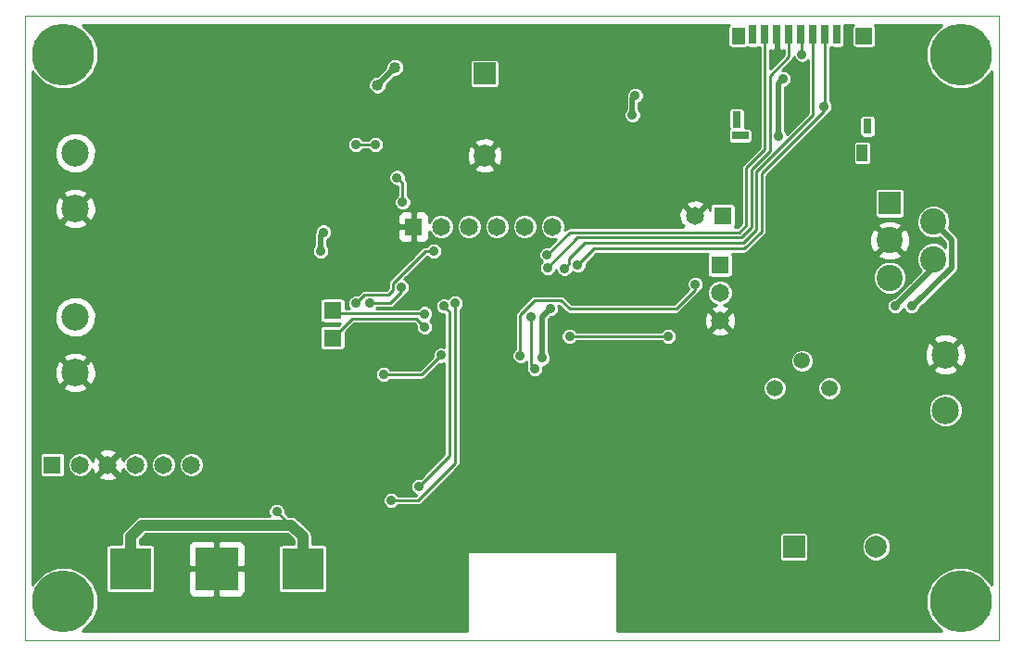
<source format=gbl>
G04 #@! TF.FileFunction,Copper,L2,Bot,Signal*
%FSLAX46Y46*%
G04 Gerber Fmt 4.6, Leading zero omitted, Abs format (unit mm)*
G04 Created by KiCad (PCBNEW (2014-jul-16 BZR unknown)-product) date Sun 25 Jan 2015 04:19:58 PM EST*
%MOMM*%
G01*
G04 APERTURE LIST*
%ADD10C,0.100000*%
%ADD11R,2.000000X2.000000*%
%ADD12C,2.000000*%
%ADD13C,5.650000*%
%ADD14R,1.650000X1.650000*%
%ADD15C,1.650000*%
%ADD16C,1.500000*%
%ADD17R,2.100000X2.100000*%
%ADD18C,2.400000*%
%ADD19R,3.962400X3.962400*%
%ADD20R,3.810000X3.810000*%
%ADD21R,0.700000X1.750000*%
%ADD22R,1.300000X1.500000*%
%ADD23R,1.500000X1.500000*%
%ADD24R,0.800000X1.500000*%
%ADD25R,1.500000X0.800000*%
%ADD26R,1.000000X1.550000*%
%ADD27R,0.800000X1.400000*%
%ADD28C,2.500000*%
%ADD29C,0.889000*%
%ADD30C,1.016000*%
%ADD31C,0.254000*%
%ADD32C,1.016000*%
%ADD33C,0.508000*%
G04 APERTURE END LIST*
D10*
X60000000Y-108500000D02*
X60000000Y-51500000D01*
X149000000Y-108500000D02*
X60000000Y-108500000D01*
X149000000Y-51500000D02*
X149000000Y-108500000D01*
X60000000Y-51500000D02*
X149000000Y-51500000D01*
D11*
X102000000Y-56750000D03*
D12*
X102000000Y-64250000D03*
D11*
X130250000Y-100000000D03*
D12*
X137750000Y-100000000D03*
D13*
X145500000Y-55000000D03*
X63500000Y-105000000D03*
X145500000Y-105000000D03*
X63500000Y-55000000D03*
D14*
X62500000Y-92500000D03*
D15*
X65040000Y-92500000D03*
X67580000Y-92500000D03*
X70120000Y-92500000D03*
X72660000Y-92500000D03*
X75200000Y-92500000D03*
D14*
X95500000Y-70750000D03*
D15*
X98040000Y-70750000D03*
X100580000Y-70750000D03*
X103120000Y-70750000D03*
X105660000Y-70750000D03*
X108200000Y-70750000D03*
D14*
X123500000Y-74250000D03*
D15*
X123500000Y-76790000D03*
X123500000Y-79330000D03*
D16*
X128500000Y-85500000D03*
X131000000Y-83000000D03*
X133500000Y-85500000D03*
D17*
X139000000Y-68600000D03*
D18*
X143000000Y-70300000D03*
X139000000Y-72000000D03*
X143000000Y-73700000D03*
X139000000Y-75400000D03*
D19*
X77500000Y-102000000D03*
D20*
X85374000Y-102000000D03*
X69626000Y-102000000D03*
D21*
X134200000Y-53200000D03*
X133100000Y-53200000D03*
X132000000Y-53200000D03*
X130900000Y-53200000D03*
X129800000Y-53200000D03*
X128700000Y-53200000D03*
X127600000Y-53200000D03*
X126500000Y-53200000D03*
D22*
X125200000Y-53325000D03*
D23*
X136650000Y-53325000D03*
D24*
X125025000Y-60925000D03*
D25*
X125350000Y-62425000D03*
D26*
X136500000Y-64000000D03*
D27*
X136975000Y-61575000D03*
D14*
X123750000Y-69750000D03*
D15*
X121210000Y-69750000D03*
D28*
X64600000Y-64000000D03*
X64600000Y-69080000D03*
X64600000Y-79000000D03*
X64600000Y-84080000D03*
X144100000Y-87500000D03*
X144100000Y-82420000D03*
D14*
X88100000Y-78400000D03*
X88100000Y-80900000D03*
D29*
X91200000Y-79900000D03*
X114875515Y-104945890D03*
X116000000Y-102100000D03*
X118000000Y-102100000D03*
X119300000Y-104900000D03*
X119900000Y-103900000D03*
X119945890Y-102700000D03*
X119576498Y-101600000D03*
X119600000Y-100500000D03*
X119576498Y-99400000D03*
X114900000Y-107300000D03*
X116000000Y-107423502D03*
X117200000Y-107400000D03*
X118400000Y-107423502D03*
X119477800Y-107054110D03*
X120600000Y-106800000D03*
X121500000Y-106100000D03*
X122100000Y-105100000D03*
X122400000Y-104000000D03*
X122400000Y-102800000D03*
X122423502Y-101600000D03*
X122400000Y-100500000D03*
X122423502Y-99400000D03*
X112100000Y-98300000D03*
X110818988Y-82291744D03*
X110800000Y-85300000D03*
X110800000Y-87700000D03*
X123800000Y-98300000D03*
X122200000Y-98300000D03*
X119800000Y-98300000D03*
X118600000Y-98300000D03*
X117400000Y-98300000D03*
X116200000Y-98300000D03*
X134700000Y-66901710D03*
X139800000Y-64400000D03*
X141100000Y-64400000D03*
X131100000Y-59800000D03*
X128500000Y-55100000D03*
X125500000Y-96750000D03*
X110500000Y-96750000D03*
X121500000Y-95000000D03*
X121500000Y-91500000D03*
X121500000Y-87750000D03*
X121500000Y-84000000D03*
X119250000Y-84000000D03*
X119250000Y-87750000D03*
X119250000Y-91500000D03*
X119250000Y-95000000D03*
X116250000Y-95000000D03*
X113750000Y-95000000D03*
X116250000Y-91500000D03*
X113750000Y-91500000D03*
X116250000Y-87750000D03*
X113750000Y-87750000D03*
X116250000Y-84000000D03*
X114000000Y-84000000D03*
X100750000Y-79000000D03*
X100250000Y-88750000D03*
X90500000Y-92000000D03*
X91750000Y-87000000D03*
X84250000Y-66250000D03*
X88750000Y-66750000D03*
X88500000Y-58943710D03*
X86747498Y-55250000D03*
X72000000Y-79000000D03*
X92225290Y-75300000D03*
X83000000Y-96750000D03*
X128831919Y-62500000D03*
X129250000Y-57250000D03*
X131000000Y-55000000D03*
X108000000Y-78250000D03*
X107250000Y-82750000D03*
X98250000Y-78000000D03*
X96000000Y-94500000D03*
X93475290Y-95750000D03*
X99309591Y-77735103D03*
X87250000Y-71250000D03*
X87000000Y-73000000D03*
D30*
X92191770Y-57808230D03*
X93808230Y-56191770D03*
D29*
X121250000Y-76000000D03*
X105250000Y-82524710D03*
X139500000Y-78000000D03*
X91475290Y-77750000D03*
X94400000Y-76300000D03*
X97347712Y-73000000D03*
X90250000Y-77750000D03*
X98000000Y-82500000D03*
X92750000Y-84250000D03*
X90250000Y-63250000D03*
X92000000Y-63250000D03*
X115750000Y-58750000D03*
X115500000Y-60556710D03*
X106601866Y-83736767D03*
X106250000Y-78955491D03*
X133000000Y-59750000D03*
X110502888Y-74250559D03*
X141000000Y-78000000D03*
X118750000Y-80750000D03*
X109750000Y-80774710D03*
X107750000Y-74500000D03*
X107714550Y-73310170D03*
X109297803Y-74547803D03*
X96500000Y-78700000D03*
X94000000Y-66250000D03*
X94500000Y-68500000D03*
X96500000Y-79900000D03*
D31*
X119945890Y-102700000D02*
X119945890Y-103854110D01*
X119945890Y-103854110D02*
X119900000Y-103900000D01*
X119600000Y-100500000D02*
X119600000Y-101576498D01*
X119600000Y-101576498D02*
X119576498Y-101600000D01*
X119800000Y-98300000D02*
X119800000Y-99176498D01*
X119800000Y-99176498D02*
X119576498Y-99400000D01*
X116000000Y-107423502D02*
X115023502Y-107423502D01*
X115023502Y-107423502D02*
X114900000Y-107300000D01*
X118400000Y-107423502D02*
X117223502Y-107423502D01*
X117223502Y-107423502D02*
X117200000Y-107400000D01*
X120600000Y-106800000D02*
X119731910Y-106800000D01*
X119731910Y-106800000D02*
X119477800Y-107054110D01*
X122100000Y-105100000D02*
X122100000Y-105500000D01*
X122100000Y-105500000D02*
X121500000Y-106100000D01*
X122400000Y-102800000D02*
X122400000Y-104000000D01*
X122400000Y-100500000D02*
X122400000Y-101576498D01*
X122400000Y-101576498D02*
X122423502Y-101600000D01*
X122200000Y-98300000D02*
X122200000Y-99176498D01*
X122200000Y-99176498D02*
X122423502Y-99400000D01*
X128700000Y-53200000D02*
X128700000Y-54900000D01*
X128700000Y-54900000D02*
X128500000Y-55100000D01*
X83000000Y-96750000D02*
X84250000Y-98000000D01*
X84250000Y-98000000D02*
X84295000Y-98000000D01*
D32*
X70705000Y-98000000D02*
X84295000Y-98000000D01*
X84295000Y-98000000D02*
X85374000Y-99079000D01*
X85374000Y-99079000D02*
X85374000Y-102000000D01*
X69626000Y-102000000D02*
X69626000Y-99079000D01*
X69626000Y-99079000D02*
X70705000Y-98000000D01*
D33*
X128831919Y-62500000D02*
X128831919Y-57668081D01*
X128831919Y-57668081D02*
X129250000Y-57250000D01*
X129000000Y-57500000D02*
X129250000Y-57250000D01*
D31*
X131000000Y-55000000D02*
X131000000Y-53300000D01*
X131000000Y-53300000D02*
X130900000Y-53200000D01*
D33*
X107250000Y-82750000D02*
X107250000Y-79000000D01*
X107250000Y-79000000D02*
X108000000Y-78250000D01*
D31*
X96000000Y-94500000D02*
X98774701Y-91725299D01*
X98774701Y-91725299D02*
X98774701Y-78524701D01*
X98774701Y-78524701D02*
X98250000Y-78000000D01*
X99309591Y-77735103D02*
X99309591Y-92336967D01*
X99309591Y-92336967D02*
X95896558Y-95750000D01*
X95896558Y-95750000D02*
X93475290Y-95750000D01*
D33*
X87000000Y-73000000D02*
X87000000Y-71500000D01*
X87000000Y-71500000D02*
X87250000Y-71250000D01*
X93808230Y-56191770D02*
X92191770Y-57808230D01*
D31*
X119500000Y-78250000D02*
X121250000Y-76500000D01*
X121250000Y-76500000D02*
X121250000Y-76000000D01*
X109750000Y-78250000D02*
X119500000Y-78250000D01*
X108975299Y-77475299D02*
X109750000Y-78250000D01*
X105250000Y-82524710D02*
X105250000Y-78808933D01*
X105250000Y-78808933D02*
X106583634Y-77475299D01*
X106583634Y-77475299D02*
X108975299Y-77475299D01*
D33*
X143000000Y-74500000D02*
X143000000Y-73700000D01*
X139500000Y-78000000D02*
X143000000Y-74500000D01*
D31*
X94400000Y-76700000D02*
X94400000Y-76300000D01*
X93400000Y-77700000D02*
X94400000Y-76700000D01*
X91525290Y-77700000D02*
X93400000Y-77700000D01*
X91475290Y-77750000D02*
X91525290Y-77700000D01*
X96719095Y-73000000D02*
X97347712Y-73000000D01*
X91024701Y-76975299D02*
X93175299Y-76975299D01*
X90250000Y-77750000D02*
X91024701Y-76975299D01*
X96553442Y-73000000D02*
X96719095Y-73000000D01*
X93625299Y-75928143D02*
X96553442Y-73000000D01*
X93625299Y-76525299D02*
X93625299Y-75928143D01*
X93175299Y-76975299D02*
X93625299Y-76525299D01*
X98000000Y-82500000D02*
X96250000Y-84250000D01*
X96250000Y-84250000D02*
X92750000Y-84250000D01*
X92000000Y-63250000D02*
X90250000Y-63250000D01*
D33*
X115500000Y-60556710D02*
X115500000Y-59000000D01*
X115500000Y-59000000D02*
X115750000Y-58750000D01*
D31*
X106250000Y-78955491D02*
X106250000Y-83384901D01*
X106250000Y-83384901D02*
X106601866Y-83736767D01*
X133100000Y-53200000D02*
X133100000Y-59650000D01*
X133100000Y-59650000D02*
X133000000Y-59750000D01*
X127286049Y-65903727D02*
X133000000Y-60189776D01*
X133000000Y-60189776D02*
X133000000Y-59750000D01*
X127286049Y-71196609D02*
X127286049Y-65903727D01*
X114250000Y-72750000D02*
X125732658Y-72750000D01*
X125732658Y-72750000D02*
X127286049Y-71196609D01*
X110502888Y-74250559D02*
X112003447Y-72750000D01*
X112003447Y-72750000D02*
X114250000Y-72750000D01*
D33*
X141152658Y-78000000D02*
X141000000Y-78000000D01*
X144657201Y-74495457D02*
X141152658Y-78000000D01*
X144657201Y-71957201D02*
X144657201Y-74495457D01*
X143000000Y-70300000D02*
X144657201Y-71957201D01*
D31*
X109750000Y-80774710D02*
X118725290Y-80774710D01*
X118725290Y-80774710D02*
X118750000Y-80750000D01*
X107750000Y-74500000D02*
X110500000Y-71750000D01*
X128057209Y-56942791D02*
X129800000Y-55200000D01*
X110500000Y-71750000D02*
X125439474Y-71750000D01*
X125439474Y-71750000D02*
X126371629Y-70817845D01*
X126371629Y-70817845D02*
X126371629Y-65524963D01*
X126371629Y-65524963D02*
X128057209Y-63839383D01*
X128057209Y-63839383D02*
X128057209Y-56942791D01*
X129800000Y-55200000D02*
X129800000Y-53200000D01*
X127600000Y-53200000D02*
X127600000Y-63650000D01*
X125914420Y-65335580D02*
X125914420Y-70628462D01*
X109774720Y-71250000D02*
X107714550Y-73310170D01*
X127600000Y-63650000D02*
X125914420Y-65335580D01*
X125914420Y-70628462D02*
X125292882Y-71250000D01*
X125292882Y-71250000D02*
X109774720Y-71250000D01*
X109297803Y-74547803D02*
X109742302Y-74103304D01*
X109742302Y-74103304D02*
X109742302Y-73654290D01*
X109742302Y-73654290D02*
X111146592Y-72250000D01*
X111146592Y-72250000D02*
X125586066Y-72250000D01*
X125586066Y-72250000D02*
X126828839Y-71007227D01*
X126828839Y-71007227D02*
X126828839Y-65714345D01*
X126828839Y-65714345D02*
X132000000Y-60543184D01*
X132000000Y-60543184D02*
X132000000Y-53200000D01*
X88100000Y-78400000D02*
X88368089Y-78668089D01*
X88368089Y-78668089D02*
X96468089Y-78668089D01*
X96468089Y-78668089D02*
X96500000Y-78700000D01*
X94500000Y-68500000D02*
X94500000Y-66750000D01*
X94500000Y-66750000D02*
X94000000Y-66250000D01*
X88100000Y-80900000D02*
X89874701Y-79125299D01*
X95725299Y-79125299D02*
X96500000Y-79900000D01*
X89874701Y-79125299D02*
X95725299Y-79125299D01*
G36*
X129342800Y-55010622D02*
X128057200Y-56296222D01*
X128057200Y-54641037D01*
X128223691Y-54710000D01*
X128414250Y-54710000D01*
X128573000Y-54551250D01*
X128573000Y-53327000D01*
X128553000Y-53327000D01*
X128553000Y-53073000D01*
X128573000Y-53073000D01*
X128573000Y-53053000D01*
X128827000Y-53053000D01*
X128827000Y-53073000D01*
X128847000Y-53073000D01*
X128847000Y-53327000D01*
X128827000Y-53327000D01*
X128827000Y-54551250D01*
X128985750Y-54710000D01*
X129176309Y-54710000D01*
X129342800Y-54641037D01*
X129342800Y-55010622D01*
X129342800Y-55010622D01*
G37*
X129342800Y-55010622D02*
X128057200Y-56296222D01*
X128057200Y-54641037D01*
X128223691Y-54710000D01*
X128414250Y-54710000D01*
X128573000Y-54551250D01*
X128573000Y-53327000D01*
X128553000Y-53327000D01*
X128553000Y-53073000D01*
X128573000Y-53073000D01*
X128573000Y-53053000D01*
X128827000Y-53053000D01*
X128827000Y-53073000D01*
X128847000Y-53073000D01*
X128847000Y-53327000D01*
X128827000Y-53327000D01*
X128827000Y-54551250D01*
X128985750Y-54710000D01*
X129176309Y-54710000D01*
X129342800Y-54641037D01*
X129342800Y-55010622D01*
G36*
X131542800Y-60353806D02*
X129590167Y-62306438D01*
X129489060Y-62061741D01*
X129416119Y-61988672D01*
X129416119Y-58019587D01*
X129688259Y-57907141D01*
X129906376Y-57689405D01*
X130024565Y-57404773D01*
X130024834Y-57096579D01*
X129907141Y-56811741D01*
X129689405Y-56593624D01*
X129404773Y-56475435D01*
X129171346Y-56475231D01*
X130123289Y-55523289D01*
X130222398Y-55374963D01*
X130253044Y-55220891D01*
X130342859Y-55438259D01*
X130560595Y-55656376D01*
X130845227Y-55774565D01*
X131153421Y-55774834D01*
X131438259Y-55657141D01*
X131542800Y-55552782D01*
X131542800Y-60353806D01*
X131542800Y-60353806D01*
G37*
X131542800Y-60353806D02*
X129590167Y-62306438D01*
X129489060Y-62061741D01*
X129416119Y-61988672D01*
X129416119Y-58019587D01*
X129688259Y-57907141D01*
X129906376Y-57689405D01*
X130024565Y-57404773D01*
X130024834Y-57096579D01*
X129907141Y-56811741D01*
X129689405Y-56593624D01*
X129404773Y-56475435D01*
X129171346Y-56475231D01*
X130123289Y-55523289D01*
X130222398Y-55374963D01*
X130253044Y-55220891D01*
X130342859Y-55438259D01*
X130560595Y-55656376D01*
X130845227Y-55774565D01*
X131153421Y-55774834D01*
X131438259Y-55657141D01*
X131542800Y-55552782D01*
X131542800Y-60353806D01*
G36*
X148273000Y-103448828D02*
X148176408Y-103215058D01*
X147289611Y-102326711D01*
X146130361Y-101845349D01*
X145994388Y-101845230D01*
X145994388Y-82744194D01*
X145974250Y-81994565D01*
X145726123Y-81395533D01*
X145433320Y-81266285D01*
X145253715Y-81445890D01*
X145253715Y-81086680D01*
X145241401Y-81058783D01*
X145241401Y-74495457D01*
X145241401Y-71957201D01*
X145196931Y-71733638D01*
X145196931Y-71733637D01*
X145070293Y-71544109D01*
X144413147Y-70886963D01*
X144529933Y-70605711D01*
X144530465Y-69996960D01*
X144297997Y-69434344D01*
X143867920Y-69003516D01*
X143305711Y-68770067D01*
X142696960Y-68769535D01*
X142134344Y-69002003D01*
X141703516Y-69432080D01*
X141470067Y-69994289D01*
X141469535Y-70603040D01*
X141702003Y-71165656D01*
X142132080Y-71596484D01*
X142694289Y-71829933D01*
X143303040Y-71830465D01*
X143586965Y-71713149D01*
X144073001Y-72199185D01*
X144073001Y-72608955D01*
X143867920Y-72403516D01*
X143305711Y-72170067D01*
X142696960Y-72169535D01*
X142134344Y-72402003D01*
X141703516Y-72832080D01*
X141470067Y-73394289D01*
X141469535Y-74003040D01*
X141702003Y-74565656D01*
X141904904Y-74768912D01*
X140844707Y-75829109D01*
X140844707Y-72312266D01*
X140823786Y-71582557D01*
X140584788Y-71005565D01*
X140386669Y-70920744D01*
X140386669Y-69650000D01*
X140386669Y-67550000D01*
X140362241Y-67424096D01*
X140289550Y-67313438D01*
X140179813Y-67239364D01*
X140050000Y-67213331D01*
X137950000Y-67213331D01*
X137824096Y-67237759D01*
X137713438Y-67310450D01*
X137711669Y-67313070D01*
X137711669Y-62275000D01*
X137711669Y-60875000D01*
X137687241Y-60749096D01*
X137614550Y-60638438D01*
X137504813Y-60564364D01*
X137375000Y-60538331D01*
X136575000Y-60538331D01*
X136449096Y-60562759D01*
X136338438Y-60635450D01*
X136264364Y-60745187D01*
X136238331Y-60875000D01*
X136238331Y-62275000D01*
X136262759Y-62400904D01*
X136335450Y-62511562D01*
X136445187Y-62585636D01*
X136575000Y-62611669D01*
X137375000Y-62611669D01*
X137500904Y-62587241D01*
X137611562Y-62514550D01*
X137685636Y-62404813D01*
X137711669Y-62275000D01*
X137711669Y-67313070D01*
X137639364Y-67420187D01*
X137613331Y-67550000D01*
X137613331Y-69650000D01*
X137637759Y-69775904D01*
X137710450Y-69886562D01*
X137820187Y-69960636D01*
X137950000Y-69986669D01*
X140050000Y-69986669D01*
X140175904Y-69962241D01*
X140286562Y-69889550D01*
X140360636Y-69779813D01*
X140386669Y-69650000D01*
X140386669Y-70920744D01*
X140297175Y-70882430D01*
X140117570Y-71062035D01*
X140117570Y-70702825D01*
X139994435Y-70415212D01*
X139312266Y-70155293D01*
X138582557Y-70176214D01*
X138005565Y-70415212D01*
X137882430Y-70702825D01*
X139000000Y-71820395D01*
X140117570Y-70702825D01*
X140117570Y-71062035D01*
X139179605Y-72000000D01*
X140297175Y-73117570D01*
X140584788Y-72994435D01*
X140844707Y-72312266D01*
X140844707Y-75829109D01*
X140530465Y-76143351D01*
X140530465Y-75096960D01*
X140297997Y-74534344D01*
X140117570Y-74353601D01*
X140117570Y-73297175D01*
X139000000Y-72179605D01*
X138820395Y-72359210D01*
X138820395Y-72000000D01*
X137702825Y-70882430D01*
X137415212Y-71005565D01*
X137336669Y-71211704D01*
X137336669Y-64775000D01*
X137336669Y-63225000D01*
X137312241Y-63099096D01*
X137239550Y-62988438D01*
X137129813Y-62914364D01*
X137000000Y-62888331D01*
X136000000Y-62888331D01*
X135874096Y-62912759D01*
X135763438Y-62985450D01*
X135689364Y-63095187D01*
X135663331Y-63225000D01*
X135663331Y-64775000D01*
X135687759Y-64900904D01*
X135760450Y-65011562D01*
X135870187Y-65085636D01*
X136000000Y-65111669D01*
X137000000Y-65111669D01*
X137125904Y-65087241D01*
X137236562Y-65014550D01*
X137310636Y-64904813D01*
X137336669Y-64775000D01*
X137336669Y-71211704D01*
X137155293Y-71687734D01*
X137176214Y-72417443D01*
X137415212Y-72994435D01*
X137702825Y-73117570D01*
X138820395Y-72000000D01*
X138820395Y-72359210D01*
X137882430Y-73297175D01*
X138005565Y-73584788D01*
X138687734Y-73844707D01*
X139417443Y-73823786D01*
X139994435Y-73584788D01*
X140117570Y-73297175D01*
X140117570Y-74353601D01*
X139867920Y-74103516D01*
X139305711Y-73870067D01*
X138696960Y-73869535D01*
X138134344Y-74102003D01*
X137703516Y-74532080D01*
X137470067Y-75094289D01*
X137469535Y-75703040D01*
X137702003Y-76265656D01*
X138132080Y-76696484D01*
X138694289Y-76929933D01*
X139303040Y-76930465D01*
X139865656Y-76697997D01*
X140296484Y-76267920D01*
X140529933Y-75705711D01*
X140530465Y-75096960D01*
X140530465Y-76143351D01*
X139448561Y-77225255D01*
X139346579Y-77225166D01*
X139061741Y-77342859D01*
X138843624Y-77560595D01*
X138725435Y-77845227D01*
X138725166Y-78153421D01*
X138842859Y-78438259D01*
X139060595Y-78656376D01*
X139345227Y-78774565D01*
X139653421Y-78774834D01*
X139938259Y-78657141D01*
X140156376Y-78439405D01*
X140250084Y-78213728D01*
X140342859Y-78438259D01*
X140560595Y-78656376D01*
X140845227Y-78774565D01*
X141153421Y-78774834D01*
X141438259Y-78657141D01*
X141656376Y-78439405D01*
X141739412Y-78239429D01*
X145070293Y-74908549D01*
X145196931Y-74719021D01*
X145196931Y-74719020D01*
X145241401Y-74495457D01*
X145241401Y-81058783D01*
X145124467Y-80793877D01*
X144424194Y-80525612D01*
X143674565Y-80545750D01*
X143075533Y-80793877D01*
X142946285Y-81086680D01*
X144100000Y-82240395D01*
X145253715Y-81086680D01*
X145253715Y-81445890D01*
X144279605Y-82420000D01*
X145433320Y-83573715D01*
X145726123Y-83444467D01*
X145994388Y-82744194D01*
X145994388Y-101845230D01*
X145680474Y-101844956D01*
X145680474Y-87187058D01*
X145440410Y-86606058D01*
X145253715Y-86419037D01*
X145253715Y-83753320D01*
X144100000Y-82599605D01*
X143920395Y-82779210D01*
X143920395Y-82420000D01*
X142766680Y-81266285D01*
X142473877Y-81395533D01*
X142205612Y-82095806D01*
X142225750Y-82845435D01*
X142473877Y-83444467D01*
X142766680Y-83573715D01*
X143920395Y-82420000D01*
X143920395Y-82779210D01*
X142946285Y-83753320D01*
X143075533Y-84046123D01*
X143775806Y-84314388D01*
X144525435Y-84294250D01*
X145124467Y-84046123D01*
X145253715Y-83753320D01*
X145253715Y-86419037D01*
X144996280Y-86161153D01*
X144415700Y-85920075D01*
X143787058Y-85919526D01*
X143206058Y-86159590D01*
X142761153Y-86603720D01*
X142520075Y-87184300D01*
X142519526Y-87812942D01*
X142759590Y-88393942D01*
X143203720Y-88838847D01*
X143784300Y-89079925D01*
X144412942Y-89080474D01*
X144993942Y-88840410D01*
X145438847Y-88396280D01*
X145679925Y-87815700D01*
X145680474Y-87187058D01*
X145680474Y-101844956D01*
X144875145Y-101844254D01*
X143715058Y-102323592D01*
X142826711Y-103210389D01*
X142345349Y-104369639D01*
X142344254Y-105624855D01*
X142823592Y-106784942D01*
X143710100Y-107673000D01*
X139080430Y-107673000D01*
X139080430Y-99736568D01*
X138878346Y-99247487D01*
X138504481Y-98872969D01*
X138015754Y-98670032D01*
X137486568Y-98669570D01*
X136997487Y-98871654D01*
X136622969Y-99245519D01*
X136420032Y-99734246D01*
X136419570Y-100263432D01*
X136621654Y-100752513D01*
X136995519Y-101127031D01*
X137484246Y-101329968D01*
X138013432Y-101330430D01*
X138502513Y-101128346D01*
X138877031Y-100754481D01*
X139079968Y-100265754D01*
X139080430Y-99736568D01*
X139080430Y-107673000D01*
X134580387Y-107673000D01*
X134580387Y-85286078D01*
X134416283Y-84888915D01*
X134112683Y-84584785D01*
X133715808Y-84419988D01*
X133286078Y-84419613D01*
X132888915Y-84583717D01*
X132584785Y-84887317D01*
X132419988Y-85284192D01*
X132419613Y-85713922D01*
X132583717Y-86111085D01*
X132887317Y-86415215D01*
X133284192Y-86580012D01*
X133713922Y-86580387D01*
X134111085Y-86416283D01*
X134415215Y-86112683D01*
X134580012Y-85715808D01*
X134580387Y-85286078D01*
X134580387Y-107673000D01*
X132080387Y-107673000D01*
X132080387Y-82786078D01*
X131916283Y-82388915D01*
X131612683Y-82084785D01*
X131215808Y-81919988D01*
X130786078Y-81919613D01*
X130388915Y-82083717D01*
X130084785Y-82387317D01*
X129919988Y-82784192D01*
X129919613Y-83213922D01*
X130083717Y-83611085D01*
X130387317Y-83915215D01*
X130784192Y-84080012D01*
X131213922Y-84080387D01*
X131611085Y-83916283D01*
X131915215Y-83612683D01*
X132080012Y-83215808D01*
X132080387Y-82786078D01*
X132080387Y-107673000D01*
X131586669Y-107673000D01*
X131586669Y-101000000D01*
X131586669Y-99000000D01*
X131562241Y-98874096D01*
X131489550Y-98763438D01*
X131379813Y-98689364D01*
X131250000Y-98663331D01*
X129580387Y-98663331D01*
X129580387Y-85286078D01*
X129416283Y-84888915D01*
X129112683Y-84584785D01*
X128715808Y-84419988D01*
X128286078Y-84419613D01*
X127888915Y-84583717D01*
X127584785Y-84887317D01*
X127419988Y-85284192D01*
X127419613Y-85713922D01*
X127583717Y-86111085D01*
X127887317Y-86415215D01*
X128284192Y-86580012D01*
X128713922Y-86580387D01*
X129111085Y-86416283D01*
X129415215Y-86112683D01*
X129580012Y-85715808D01*
X129580387Y-85286078D01*
X129580387Y-98663331D01*
X129250000Y-98663331D01*
X129124096Y-98687759D01*
X129013438Y-98760450D01*
X128939364Y-98870187D01*
X128913331Y-99000000D01*
X128913331Y-101000000D01*
X128937759Y-101125904D01*
X129010450Y-101236562D01*
X129120187Y-101310636D01*
X129250000Y-101336669D01*
X131250000Y-101336669D01*
X131375904Y-101312241D01*
X131486562Y-101239550D01*
X131560636Y-101129813D01*
X131586669Y-101000000D01*
X131586669Y-107673000D01*
X124971843Y-107673000D01*
X124971843Y-79552750D01*
X124945048Y-78972544D01*
X124774563Y-78560956D01*
X124655400Y-78523965D01*
X124655400Y-76561225D01*
X124479902Y-76136486D01*
X124155223Y-75811240D01*
X123730792Y-75635001D01*
X123271225Y-75634600D01*
X122846486Y-75810098D01*
X122521240Y-76134777D01*
X122345001Y-76559208D01*
X122344600Y-77018775D01*
X122520098Y-77443514D01*
X122844777Y-77768760D01*
X123133560Y-77888673D01*
X122730956Y-78055437D01*
X122653752Y-78304147D01*
X123500000Y-79150395D01*
X124346248Y-78304147D01*
X124269044Y-78055437D01*
X123838636Y-77900006D01*
X124153514Y-77769902D01*
X124478760Y-77445223D01*
X124654999Y-77020792D01*
X124655400Y-76561225D01*
X124655400Y-78523965D01*
X124525853Y-78483752D01*
X123679605Y-79330000D01*
X124525853Y-80176248D01*
X124774563Y-80099044D01*
X124971843Y-79552750D01*
X124971843Y-107673000D01*
X124346248Y-107673000D01*
X124346248Y-80355853D01*
X123500000Y-79509605D01*
X123320395Y-79689210D01*
X123320395Y-79330000D01*
X122474147Y-78483752D01*
X122225437Y-78560956D01*
X122028157Y-79107250D01*
X122054952Y-79687456D01*
X122225437Y-80099044D01*
X122474147Y-80176248D01*
X123320395Y-79330000D01*
X123320395Y-79689210D01*
X122653752Y-80355853D01*
X122730956Y-80604563D01*
X123277250Y-80801843D01*
X123857456Y-80775048D01*
X124269044Y-80604563D01*
X124346248Y-80355853D01*
X124346248Y-107673000D01*
X122024834Y-107673000D01*
X122024834Y-75846579D01*
X121907141Y-75561741D01*
X121689405Y-75343624D01*
X121404773Y-75225435D01*
X121096579Y-75225166D01*
X120811741Y-75342859D01*
X120593624Y-75560595D01*
X120475435Y-75845227D01*
X120475166Y-76153421D01*
X120592859Y-76438259D01*
X120628979Y-76474442D01*
X119310622Y-77792800D01*
X109939377Y-77792800D01*
X109298588Y-77152010D01*
X109150262Y-77052901D01*
X108975299Y-77018099D01*
X106815400Y-77018099D01*
X106815400Y-70521225D01*
X106639902Y-70096486D01*
X106315223Y-69771240D01*
X105890792Y-69595001D01*
X105431225Y-69594600D01*
X105006486Y-69770098D01*
X104681240Y-70094777D01*
X104505001Y-70519208D01*
X104504600Y-70978775D01*
X104680098Y-71403514D01*
X105004777Y-71728760D01*
X105429208Y-71904999D01*
X105888775Y-71905400D01*
X106313514Y-71729902D01*
X106638760Y-71405223D01*
X106814999Y-70980792D01*
X106815400Y-70521225D01*
X106815400Y-77018099D01*
X106583634Y-77018099D01*
X106408671Y-77052901D01*
X106260345Y-77152010D01*
X104926711Y-78485644D01*
X104827602Y-78633970D01*
X104792800Y-78808933D01*
X104792800Y-81886476D01*
X104593624Y-82085305D01*
X104475435Y-82369937D01*
X104475166Y-82678131D01*
X104592859Y-82962969D01*
X104810595Y-83181086D01*
X105095227Y-83299275D01*
X105403421Y-83299544D01*
X105688259Y-83181851D01*
X105792800Y-83077492D01*
X105792800Y-83384901D01*
X105827602Y-83559864D01*
X105833083Y-83568067D01*
X105827301Y-83581994D01*
X105827032Y-83890188D01*
X105944725Y-84175026D01*
X106162461Y-84393143D01*
X106447093Y-84511332D01*
X106755287Y-84511601D01*
X107040125Y-84393908D01*
X107258242Y-84176172D01*
X107376431Y-83891540D01*
X107376700Y-83583346D01*
X107352504Y-83524789D01*
X107403421Y-83524834D01*
X107688259Y-83407141D01*
X107906376Y-83189405D01*
X108024565Y-82904773D01*
X108024834Y-82596579D01*
X107907141Y-82311741D01*
X107834200Y-82238672D01*
X107834200Y-79241984D01*
X108051439Y-79024744D01*
X108153421Y-79024834D01*
X108438259Y-78907141D01*
X108656376Y-78689405D01*
X108774565Y-78404773D01*
X108774834Y-78096579D01*
X108707037Y-77932499D01*
X108785921Y-77932499D01*
X109426711Y-78573289D01*
X109575037Y-78672398D01*
X109750000Y-78707200D01*
X119500000Y-78707200D01*
X119674963Y-78672398D01*
X119823289Y-78573289D01*
X121573289Y-76823289D01*
X121672398Y-76674963D01*
X121674840Y-76662685D01*
X121688259Y-76657141D01*
X121906376Y-76439405D01*
X122024565Y-76154773D01*
X122024834Y-75846579D01*
X122024834Y-107673000D01*
X119524834Y-107673000D01*
X119524834Y-80596579D01*
X119407141Y-80311741D01*
X119189405Y-80093624D01*
X118904773Y-79975435D01*
X118596579Y-79975166D01*
X118311741Y-80092859D01*
X118093624Y-80310595D01*
X118090752Y-80317510D01*
X110388233Y-80317510D01*
X110189405Y-80118334D01*
X109904773Y-80000145D01*
X109596579Y-79999876D01*
X109311741Y-80117569D01*
X109093624Y-80335305D01*
X108975435Y-80619937D01*
X108975166Y-80928131D01*
X109092859Y-81212969D01*
X109310595Y-81431086D01*
X109595227Y-81549275D01*
X109903421Y-81549544D01*
X110188259Y-81431851D01*
X110388549Y-81231910D01*
X118136433Y-81231910D01*
X118310595Y-81406376D01*
X118595227Y-81524565D01*
X118903421Y-81524834D01*
X119188259Y-81407141D01*
X119406376Y-81189405D01*
X119524565Y-80904773D01*
X119524834Y-80596579D01*
X119524834Y-107673000D01*
X114127000Y-107673000D01*
X114127000Y-100373000D01*
X104275400Y-100373000D01*
X104275400Y-70521225D01*
X104099902Y-70096486D01*
X103775223Y-69771240D01*
X103645908Y-69717543D01*
X103645908Y-64514539D01*
X103621856Y-63864540D01*
X103419387Y-63375736D01*
X103336669Y-63345153D01*
X103336669Y-57750000D01*
X103336669Y-55750000D01*
X103312241Y-55624096D01*
X103239550Y-55513438D01*
X103129813Y-55439364D01*
X103000000Y-55413331D01*
X101000000Y-55413331D01*
X100874096Y-55437759D01*
X100763438Y-55510450D01*
X100689364Y-55620187D01*
X100663331Y-55750000D01*
X100663331Y-57750000D01*
X100687759Y-57875904D01*
X100760450Y-57986562D01*
X100870187Y-58060636D01*
X101000000Y-58086669D01*
X103000000Y-58086669D01*
X103125904Y-58062241D01*
X103236562Y-57989550D01*
X103310636Y-57879813D01*
X103336669Y-57750000D01*
X103336669Y-63345153D01*
X103152532Y-63277073D01*
X102972927Y-63456678D01*
X102972927Y-63097468D01*
X102874264Y-62830613D01*
X102264539Y-62604092D01*
X101614540Y-62628144D01*
X101125736Y-62830613D01*
X101027073Y-63097468D01*
X102000000Y-64070395D01*
X102972927Y-63097468D01*
X102972927Y-63456678D01*
X102179605Y-64250000D01*
X103152532Y-65222927D01*
X103419387Y-65124264D01*
X103645908Y-64514539D01*
X103645908Y-69717543D01*
X103350792Y-69595001D01*
X102972927Y-69594671D01*
X102972927Y-65402532D01*
X102000000Y-64429605D01*
X101820395Y-64609210D01*
X101820395Y-64250000D01*
X100847468Y-63277073D01*
X100580613Y-63375736D01*
X100354092Y-63985461D01*
X100378144Y-64635460D01*
X100580613Y-65124264D01*
X100847468Y-65222927D01*
X101820395Y-64250000D01*
X101820395Y-64609210D01*
X101027073Y-65402532D01*
X101125736Y-65669387D01*
X101735461Y-65895908D01*
X102385460Y-65871856D01*
X102874264Y-65669387D01*
X102972927Y-65402532D01*
X102972927Y-69594671D01*
X102891225Y-69594600D01*
X102466486Y-69770098D01*
X102141240Y-70094777D01*
X101965001Y-70519208D01*
X101964600Y-70978775D01*
X102140098Y-71403514D01*
X102464777Y-71728760D01*
X102889208Y-71904999D01*
X103348775Y-71905400D01*
X103773514Y-71729902D01*
X104098760Y-71405223D01*
X104274999Y-70980792D01*
X104275400Y-70521225D01*
X104275400Y-100373000D01*
X101735400Y-100373000D01*
X101735400Y-70521225D01*
X101559902Y-70096486D01*
X101235223Y-69771240D01*
X100810792Y-69595001D01*
X100351225Y-69594600D01*
X99926486Y-69770098D01*
X99601240Y-70094777D01*
X99425001Y-70519208D01*
X99424600Y-70978775D01*
X99600098Y-71403514D01*
X99924777Y-71728760D01*
X100349208Y-71904999D01*
X100808775Y-71905400D01*
X101233514Y-71729902D01*
X101558760Y-71405223D01*
X101734999Y-70980792D01*
X101735400Y-70521225D01*
X101735400Y-100373000D01*
X100373000Y-100373000D01*
X100373000Y-107673000D01*
X100084425Y-107673000D01*
X100084425Y-77581682D01*
X99966732Y-77296844D01*
X99748996Y-77078727D01*
X99464364Y-76960538D01*
X99195400Y-76960303D01*
X99195400Y-70521225D01*
X99019902Y-70096486D01*
X98695223Y-69771240D01*
X98270792Y-69595001D01*
X97811225Y-69594600D01*
X97386486Y-69770098D01*
X97061240Y-70094777D01*
X96960000Y-70338590D01*
X96960000Y-70051309D01*
X96960000Y-69798690D01*
X96863327Y-69565301D01*
X96684698Y-69386673D01*
X96451309Y-69290000D01*
X95785750Y-69290000D01*
X95627000Y-69448750D01*
X95627000Y-70623000D01*
X95647000Y-70623000D01*
X95647000Y-70877000D01*
X95627000Y-70877000D01*
X95627000Y-72051250D01*
X95785750Y-72210000D01*
X96451309Y-72210000D01*
X96684698Y-72113327D01*
X96863327Y-71934699D01*
X96960000Y-71701310D01*
X96960000Y-71448691D01*
X96960000Y-71161257D01*
X97060098Y-71403514D01*
X97384777Y-71728760D01*
X97809208Y-71904999D01*
X98268775Y-71905400D01*
X98693514Y-71729902D01*
X99018760Y-71405223D01*
X99194999Y-70980792D01*
X99195400Y-70521225D01*
X99195400Y-76960303D01*
X99156170Y-76960269D01*
X98871332Y-77077962D01*
X98653215Y-77295698D01*
X98641563Y-77323758D01*
X98404773Y-77225435D01*
X98122546Y-77225188D01*
X98122546Y-72846579D01*
X98004853Y-72561741D01*
X97787117Y-72343624D01*
X97502485Y-72225435D01*
X97194291Y-72225166D01*
X96909453Y-72342859D01*
X96709162Y-72542800D01*
X96553442Y-72542800D01*
X96378479Y-72577602D01*
X96230153Y-72676710D01*
X95373000Y-73533863D01*
X95373000Y-72051250D01*
X95373000Y-70877000D01*
X95373000Y-70623000D01*
X95373000Y-69448750D01*
X95274834Y-69350584D01*
X95274834Y-68346579D01*
X95157141Y-68061741D01*
X94957200Y-67861450D01*
X94957200Y-66750000D01*
X94922398Y-66575037D01*
X94823289Y-66426711D01*
X94774588Y-66378010D01*
X94774834Y-66096579D01*
X94657141Y-65811741D01*
X94646575Y-65801156D01*
X94646575Y-56025773D01*
X94519235Y-55717588D01*
X94283652Y-55481593D01*
X93975690Y-55353716D01*
X93642233Y-55353425D01*
X93334048Y-55480765D01*
X93098053Y-55716348D01*
X92970176Y-56024310D01*
X92970019Y-56203796D01*
X92203775Y-56970040D01*
X92025773Y-56969885D01*
X91717588Y-57097225D01*
X91481593Y-57332808D01*
X91353716Y-57640770D01*
X91353425Y-57974227D01*
X91480765Y-58282412D01*
X91716348Y-58518407D01*
X92024310Y-58646284D01*
X92357767Y-58646575D01*
X92665952Y-58519235D01*
X92901947Y-58283652D01*
X93029824Y-57975690D01*
X93029980Y-57796203D01*
X93796224Y-57029959D01*
X93974227Y-57030115D01*
X94282412Y-56902775D01*
X94518407Y-56667192D01*
X94646284Y-56359230D01*
X94646575Y-56025773D01*
X94646575Y-65801156D01*
X94439405Y-65593624D01*
X94154773Y-65475435D01*
X93846579Y-65475166D01*
X93561741Y-65592859D01*
X93343624Y-65810595D01*
X93225435Y-66095227D01*
X93225166Y-66403421D01*
X93342859Y-66688259D01*
X93560595Y-66906376D01*
X93845227Y-67024565D01*
X94042800Y-67024737D01*
X94042800Y-67861766D01*
X93843624Y-68060595D01*
X93725435Y-68345227D01*
X93725166Y-68653421D01*
X93842859Y-68938259D01*
X94060595Y-69156376D01*
X94345227Y-69274565D01*
X94653421Y-69274834D01*
X94938259Y-69157141D01*
X95156376Y-68939405D01*
X95274565Y-68654773D01*
X95274834Y-68346579D01*
X95274834Y-69350584D01*
X95214250Y-69290000D01*
X94548691Y-69290000D01*
X94315302Y-69386673D01*
X94136673Y-69565301D01*
X94040000Y-69798690D01*
X94040000Y-70051309D01*
X94040000Y-70464250D01*
X94198750Y-70623000D01*
X95373000Y-70623000D01*
X95373000Y-70877000D01*
X94198750Y-70877000D01*
X94040000Y-71035750D01*
X94040000Y-71448691D01*
X94040000Y-71701310D01*
X94136673Y-71934699D01*
X94315302Y-72113327D01*
X94548691Y-72210000D01*
X95214250Y-72210000D01*
X95373000Y-72051250D01*
X95373000Y-73533863D01*
X93302010Y-75604854D01*
X93202901Y-75753180D01*
X93168099Y-75928143D01*
X93168099Y-76335921D01*
X92985921Y-76518099D01*
X92774834Y-76518099D01*
X92774834Y-63096579D01*
X92657141Y-62811741D01*
X92439405Y-62593624D01*
X92154773Y-62475435D01*
X91846579Y-62475166D01*
X91561741Y-62592859D01*
X91361450Y-62792800D01*
X90888233Y-62792800D01*
X90689405Y-62593624D01*
X90404773Y-62475435D01*
X90096579Y-62475166D01*
X89811741Y-62592859D01*
X89593624Y-62810595D01*
X89475435Y-63095227D01*
X89475166Y-63403421D01*
X89592859Y-63688259D01*
X89810595Y-63906376D01*
X90095227Y-64024565D01*
X90403421Y-64024834D01*
X90688259Y-63907141D01*
X90888549Y-63707200D01*
X91361766Y-63707200D01*
X91560595Y-63906376D01*
X91845227Y-64024565D01*
X92153421Y-64024834D01*
X92438259Y-63907141D01*
X92656376Y-63689405D01*
X92774565Y-63404773D01*
X92774834Y-63096579D01*
X92774834Y-76518099D01*
X91024701Y-76518099D01*
X90849738Y-76552901D01*
X90701412Y-76652010D01*
X90378010Y-76975411D01*
X90096579Y-76975166D01*
X89811741Y-77092859D01*
X89593624Y-77310595D01*
X89475435Y-77595227D01*
X89475166Y-77903421D01*
X89592859Y-78188259D01*
X89615449Y-78210889D01*
X89261669Y-78210889D01*
X89261669Y-77575000D01*
X89237241Y-77449096D01*
X89164550Y-77338438D01*
X89054813Y-77264364D01*
X88925000Y-77238331D01*
X88024834Y-77238331D01*
X88024834Y-71096579D01*
X87907141Y-70811741D01*
X87689405Y-70593624D01*
X87404773Y-70475435D01*
X87096579Y-70475166D01*
X86811741Y-70592859D01*
X86593624Y-70810595D01*
X86475435Y-71095227D01*
X86475296Y-71253947D01*
X86460270Y-71276436D01*
X86415800Y-71500000D01*
X86415800Y-72488545D01*
X86343624Y-72560595D01*
X86225435Y-72845227D01*
X86225166Y-73153421D01*
X86342859Y-73438259D01*
X86560595Y-73656376D01*
X86845227Y-73774565D01*
X87153421Y-73774834D01*
X87438259Y-73657141D01*
X87656376Y-73439405D01*
X87774565Y-73154773D01*
X87774834Y-72846579D01*
X87657141Y-72561741D01*
X87584200Y-72488672D01*
X87584200Y-71950137D01*
X87688259Y-71907141D01*
X87906376Y-71689405D01*
X88024565Y-71404773D01*
X88024834Y-71096579D01*
X88024834Y-77238331D01*
X87275000Y-77238331D01*
X87149096Y-77262759D01*
X87038438Y-77335450D01*
X86964364Y-77445187D01*
X86938331Y-77575000D01*
X86938331Y-79225000D01*
X86962759Y-79350904D01*
X87035450Y-79461562D01*
X87145187Y-79535636D01*
X87275000Y-79561669D01*
X88791753Y-79561669D01*
X88615091Y-79738331D01*
X87275000Y-79738331D01*
X87149096Y-79762759D01*
X87038438Y-79835450D01*
X86964364Y-79945187D01*
X86938331Y-80075000D01*
X86938331Y-81725000D01*
X86962759Y-81850904D01*
X87035450Y-81961562D01*
X87145187Y-82035636D01*
X87275000Y-82061669D01*
X88925000Y-82061669D01*
X89050904Y-82037241D01*
X89161562Y-81964550D01*
X89235636Y-81854813D01*
X89261669Y-81725000D01*
X89261669Y-80384909D01*
X90064079Y-79582499D01*
X95535921Y-79582499D01*
X95725411Y-79771989D01*
X95725166Y-80053421D01*
X95842859Y-80338259D01*
X96060595Y-80556376D01*
X96345227Y-80674565D01*
X96653421Y-80674834D01*
X96938259Y-80557141D01*
X97156376Y-80339405D01*
X97274565Y-80054773D01*
X97274834Y-79746579D01*
X97157141Y-79461741D01*
X96995591Y-79299908D01*
X97156376Y-79139405D01*
X97274565Y-78854773D01*
X97274834Y-78546579D01*
X97157141Y-78261741D01*
X96939405Y-78043624D01*
X96654773Y-77925435D01*
X96346579Y-77925166D01*
X96061741Y-78042859D01*
X95893416Y-78210889D01*
X92110144Y-78210889D01*
X92131666Y-78189405D01*
X92145038Y-78157200D01*
X93400000Y-78157200D01*
X93574963Y-78122398D01*
X93723289Y-78023289D01*
X94723289Y-77023289D01*
X94723290Y-77023289D01*
X94740497Y-76997535D01*
X94740498Y-76997535D01*
X94838259Y-76957141D01*
X95056376Y-76739405D01*
X95174565Y-76454773D01*
X95174834Y-76146579D01*
X95057141Y-75861741D01*
X94839405Y-75643624D01*
X94639431Y-75560588D01*
X96726135Y-73473885D01*
X96908307Y-73656376D01*
X97192939Y-73774565D01*
X97501133Y-73774834D01*
X97785971Y-73657141D01*
X98004088Y-73439405D01*
X98122277Y-73154773D01*
X98122546Y-72846579D01*
X98122546Y-77225188D01*
X98096579Y-77225166D01*
X97811741Y-77342859D01*
X97593624Y-77560595D01*
X97475435Y-77845227D01*
X97475166Y-78153421D01*
X97592859Y-78438259D01*
X97810595Y-78656376D01*
X98095227Y-78774565D01*
X98317501Y-78774759D01*
X98317501Y-81793005D01*
X98154773Y-81725435D01*
X97846579Y-81725166D01*
X97561741Y-81842859D01*
X97343624Y-82060595D01*
X97225435Y-82345227D01*
X97225187Y-82628234D01*
X96060622Y-83792800D01*
X93388233Y-83792800D01*
X93189405Y-83593624D01*
X92904773Y-83475435D01*
X92596579Y-83475166D01*
X92311741Y-83592859D01*
X92093624Y-83810595D01*
X91975435Y-84095227D01*
X91975166Y-84403421D01*
X92092859Y-84688259D01*
X92310595Y-84906376D01*
X92595227Y-85024565D01*
X92903421Y-85024834D01*
X93188259Y-84907141D01*
X93388549Y-84707200D01*
X96250000Y-84707200D01*
X96424963Y-84672398D01*
X96573289Y-84573289D01*
X97871989Y-83274588D01*
X98153421Y-83274834D01*
X98317501Y-83207037D01*
X98317501Y-91535921D01*
X96128010Y-93725411D01*
X95846579Y-93725166D01*
X95561741Y-93842859D01*
X95343624Y-94060595D01*
X95225435Y-94345227D01*
X95225166Y-94653421D01*
X95342859Y-94938259D01*
X95560595Y-95156376D01*
X95760568Y-95239411D01*
X95707179Y-95292800D01*
X94113523Y-95292800D01*
X93914695Y-95093624D01*
X93630063Y-94975435D01*
X93321869Y-94975166D01*
X93037031Y-95092859D01*
X92818914Y-95310595D01*
X92700725Y-95595227D01*
X92700456Y-95903421D01*
X92818149Y-96188259D01*
X93035885Y-96406376D01*
X93320517Y-96524565D01*
X93628711Y-96524834D01*
X93913549Y-96407141D01*
X94113839Y-96207200D01*
X95896558Y-96207200D01*
X96071521Y-96172398D01*
X96219847Y-96073289D01*
X99632880Y-92660256D01*
X99632881Y-92660256D01*
X99731989Y-92511930D01*
X99766791Y-92336967D01*
X99766791Y-78373336D01*
X99965967Y-78174508D01*
X100084156Y-77889876D01*
X100084425Y-77581682D01*
X100084425Y-107673000D01*
X87615669Y-107673000D01*
X87615669Y-103905000D01*
X87615669Y-100095000D01*
X87591241Y-99969096D01*
X87518550Y-99858438D01*
X87408813Y-99784364D01*
X87279000Y-99758331D01*
X86212200Y-99758331D01*
X86212200Y-99079000D01*
X86148396Y-98758235D01*
X86148395Y-98758234D01*
X85966697Y-98486303D01*
X84887697Y-97407303D01*
X84615766Y-97225604D01*
X84295000Y-97161800D01*
X84058378Y-97161800D01*
X83774588Y-96878010D01*
X83774834Y-96596579D01*
X83657141Y-96311741D01*
X83439405Y-96093624D01*
X83154773Y-95975435D01*
X82846579Y-95975166D01*
X82561741Y-96092859D01*
X82343624Y-96310595D01*
X82225435Y-96595227D01*
X82225166Y-96903421D01*
X82331926Y-97161800D01*
X76355400Y-97161800D01*
X76355400Y-92271225D01*
X76179902Y-91846486D01*
X75855223Y-91521240D01*
X75430792Y-91345001D01*
X74971225Y-91344600D01*
X74546486Y-91520098D01*
X74221240Y-91844777D01*
X74045001Y-92269208D01*
X74044600Y-92728775D01*
X74220098Y-93153514D01*
X74544777Y-93478760D01*
X74969208Y-93654999D01*
X75428775Y-93655400D01*
X75853514Y-93479902D01*
X76178760Y-93155223D01*
X76354999Y-92730792D01*
X76355400Y-92271225D01*
X76355400Y-97161800D01*
X73815400Y-97161800D01*
X73815400Y-92271225D01*
X73639902Y-91846486D01*
X73315223Y-91521240D01*
X72890792Y-91345001D01*
X72431225Y-91344600D01*
X72006486Y-91520098D01*
X71681240Y-91844777D01*
X71505001Y-92269208D01*
X71504600Y-92728775D01*
X71680098Y-93153514D01*
X72004777Y-93478760D01*
X72429208Y-93654999D01*
X72888775Y-93655400D01*
X73313514Y-93479902D01*
X73638760Y-93155223D01*
X73814999Y-92730792D01*
X73815400Y-92271225D01*
X73815400Y-97161800D01*
X71275400Y-97161800D01*
X71275400Y-92271225D01*
X71099902Y-91846486D01*
X70775223Y-91521240D01*
X70350792Y-91345001D01*
X69891225Y-91344600D01*
X69466486Y-91520098D01*
X69141240Y-91844777D01*
X69021326Y-92133560D01*
X68854563Y-91730956D01*
X68605853Y-91653752D01*
X68426248Y-91833357D01*
X68426248Y-91474147D01*
X68349044Y-91225437D01*
X67802750Y-91028157D01*
X67222544Y-91054952D01*
X66810956Y-91225437D01*
X66733752Y-91474147D01*
X67580000Y-92320395D01*
X68426248Y-91474147D01*
X68426248Y-91833357D01*
X67759605Y-92500000D01*
X68605853Y-93346248D01*
X68854563Y-93269044D01*
X69009993Y-92838636D01*
X69140098Y-93153514D01*
X69464777Y-93478760D01*
X69889208Y-93654999D01*
X70348775Y-93655400D01*
X70773514Y-93479902D01*
X71098760Y-93155223D01*
X71274999Y-92730792D01*
X71275400Y-92271225D01*
X71275400Y-97161800D01*
X70705000Y-97161800D01*
X70384235Y-97225604D01*
X70112303Y-97407303D01*
X69033303Y-98486303D01*
X68851604Y-98758234D01*
X68787800Y-99079000D01*
X68787800Y-99758331D01*
X68426248Y-99758331D01*
X68426248Y-93525853D01*
X67580000Y-92679605D01*
X67400395Y-92859210D01*
X67400395Y-92500000D01*
X66554147Y-91653752D01*
X66494388Y-91672302D01*
X66494388Y-84404194D01*
X66494388Y-69404194D01*
X66485326Y-69066864D01*
X66485326Y-63626695D01*
X66198957Y-62933628D01*
X65669161Y-62402907D01*
X64976595Y-62115328D01*
X64226695Y-62114674D01*
X63533628Y-62401043D01*
X63002907Y-62930839D01*
X62715328Y-63623405D01*
X62714674Y-64373305D01*
X63001043Y-65066372D01*
X63530839Y-65597093D01*
X64223405Y-65884672D01*
X64973305Y-65885326D01*
X65666372Y-65598957D01*
X66197093Y-65069161D01*
X66484672Y-64376595D01*
X66485326Y-63626695D01*
X66485326Y-69066864D01*
X66474250Y-68654565D01*
X66226123Y-68055533D01*
X65933320Y-67926285D01*
X65753715Y-68105890D01*
X65753715Y-67746680D01*
X65624467Y-67453877D01*
X64924194Y-67185612D01*
X64174565Y-67205750D01*
X63575533Y-67453877D01*
X63446285Y-67746680D01*
X64600000Y-68900395D01*
X65753715Y-67746680D01*
X65753715Y-68105890D01*
X64779605Y-69080000D01*
X65933320Y-70233715D01*
X66226123Y-70104467D01*
X66494388Y-69404194D01*
X66494388Y-84404194D01*
X66485326Y-84066864D01*
X66485326Y-78626695D01*
X66198957Y-77933628D01*
X65753715Y-77487608D01*
X65753715Y-70413320D01*
X64600000Y-69259605D01*
X64420395Y-69439210D01*
X64420395Y-69080000D01*
X63266680Y-67926285D01*
X62973877Y-68055533D01*
X62705612Y-68755806D01*
X62725750Y-69505435D01*
X62973877Y-70104467D01*
X63266680Y-70233715D01*
X64420395Y-69080000D01*
X64420395Y-69439210D01*
X63446285Y-70413320D01*
X63575533Y-70706123D01*
X64275806Y-70974388D01*
X65025435Y-70954250D01*
X65624467Y-70706123D01*
X65753715Y-70413320D01*
X65753715Y-77487608D01*
X65669161Y-77402907D01*
X64976595Y-77115328D01*
X64226695Y-77114674D01*
X63533628Y-77401043D01*
X63002907Y-77930839D01*
X62715328Y-78623405D01*
X62714674Y-79373305D01*
X63001043Y-80066372D01*
X63530839Y-80597093D01*
X64223405Y-80884672D01*
X64973305Y-80885326D01*
X65666372Y-80598957D01*
X66197093Y-80069161D01*
X66484672Y-79376595D01*
X66485326Y-78626695D01*
X66485326Y-84066864D01*
X66474250Y-83654565D01*
X66226123Y-83055533D01*
X65933320Y-82926285D01*
X65753715Y-83105890D01*
X65753715Y-82746680D01*
X65624467Y-82453877D01*
X64924194Y-82185612D01*
X64174565Y-82205750D01*
X63575533Y-82453877D01*
X63446285Y-82746680D01*
X64600000Y-83900395D01*
X65753715Y-82746680D01*
X65753715Y-83105890D01*
X64779605Y-84080000D01*
X65933320Y-85233715D01*
X66226123Y-85104467D01*
X66494388Y-84404194D01*
X66494388Y-91672302D01*
X66305437Y-91730956D01*
X66150006Y-92161363D01*
X66019902Y-91846486D01*
X65753715Y-91579834D01*
X65753715Y-85413320D01*
X64600000Y-84259605D01*
X64420395Y-84439210D01*
X64420395Y-84080000D01*
X63266680Y-82926285D01*
X62973877Y-83055533D01*
X62705612Y-83755806D01*
X62725750Y-84505435D01*
X62973877Y-85104467D01*
X63266680Y-85233715D01*
X64420395Y-84080000D01*
X64420395Y-84439210D01*
X63446285Y-85413320D01*
X63575533Y-85706123D01*
X64275806Y-85974388D01*
X65025435Y-85954250D01*
X65624467Y-85706123D01*
X65753715Y-85413320D01*
X65753715Y-91579834D01*
X65695223Y-91521240D01*
X65270792Y-91345001D01*
X64811225Y-91344600D01*
X64386486Y-91520098D01*
X64061240Y-91844777D01*
X63885001Y-92269208D01*
X63884600Y-92728775D01*
X64060098Y-93153514D01*
X64384777Y-93478760D01*
X64809208Y-93654999D01*
X65268775Y-93655400D01*
X65693514Y-93479902D01*
X66018760Y-93155223D01*
X66138673Y-92866439D01*
X66305437Y-93269044D01*
X66554147Y-93346248D01*
X67400395Y-92500000D01*
X67400395Y-92859210D01*
X66733752Y-93525853D01*
X66810956Y-93774563D01*
X67357250Y-93971843D01*
X67937456Y-93945048D01*
X68349044Y-93774563D01*
X68426248Y-93525853D01*
X68426248Y-99758331D01*
X67721000Y-99758331D01*
X67595096Y-99782759D01*
X67484438Y-99855450D01*
X67410364Y-99965187D01*
X67384331Y-100095000D01*
X67384331Y-103905000D01*
X67408759Y-104030904D01*
X67481450Y-104141562D01*
X67591187Y-104215636D01*
X67721000Y-104241669D01*
X71531000Y-104241669D01*
X71656904Y-104217241D01*
X71767562Y-104144550D01*
X71841636Y-104034813D01*
X71867669Y-103905000D01*
X71867669Y-100095000D01*
X71843241Y-99969096D01*
X71770550Y-99858438D01*
X71660813Y-99784364D01*
X71531000Y-99758331D01*
X70464200Y-99758331D01*
X70464200Y-99426194D01*
X71052194Y-98838200D01*
X83947806Y-98838200D01*
X84535800Y-99426194D01*
X84535800Y-99758331D01*
X83469000Y-99758331D01*
X83343096Y-99782759D01*
X83232438Y-99855450D01*
X83158364Y-99965187D01*
X83132331Y-100095000D01*
X83132331Y-103905000D01*
X83156759Y-104030904D01*
X83229450Y-104141562D01*
X83339187Y-104215636D01*
X83469000Y-104241669D01*
X87279000Y-104241669D01*
X87404904Y-104217241D01*
X87515562Y-104144550D01*
X87589636Y-104034813D01*
X87615669Y-103905000D01*
X87615669Y-107673000D01*
X80116200Y-107673000D01*
X80116200Y-104107510D01*
X80116200Y-103854891D01*
X80116200Y-102285750D01*
X80116200Y-101714250D01*
X80116200Y-100145109D01*
X80116200Y-99892490D01*
X80019527Y-99659101D01*
X79840898Y-99480473D01*
X79607509Y-99383800D01*
X77785750Y-99383800D01*
X77627000Y-99542550D01*
X77627000Y-101873000D01*
X79957450Y-101873000D01*
X80116200Y-101714250D01*
X80116200Y-102285750D01*
X79957450Y-102127000D01*
X77627000Y-102127000D01*
X77627000Y-104457450D01*
X77785750Y-104616200D01*
X79607509Y-104616200D01*
X79840898Y-104519527D01*
X80019527Y-104340899D01*
X80116200Y-104107510D01*
X80116200Y-107673000D01*
X77373000Y-107673000D01*
X77373000Y-104457450D01*
X77373000Y-102127000D01*
X77373000Y-101873000D01*
X77373000Y-99542550D01*
X77214250Y-99383800D01*
X75392491Y-99383800D01*
X75159102Y-99480473D01*
X74980473Y-99659101D01*
X74883800Y-99892490D01*
X74883800Y-100145109D01*
X74883800Y-101714250D01*
X75042550Y-101873000D01*
X77373000Y-101873000D01*
X77373000Y-102127000D01*
X75042550Y-102127000D01*
X74883800Y-102285750D01*
X74883800Y-103854891D01*
X74883800Y-104107510D01*
X74980473Y-104340899D01*
X75159102Y-104519527D01*
X75392491Y-104616200D01*
X77214250Y-104616200D01*
X77373000Y-104457450D01*
X77373000Y-107673000D01*
X65288355Y-107673000D01*
X66173289Y-106789611D01*
X66654651Y-105630361D01*
X66655746Y-104375145D01*
X66176408Y-103215058D01*
X65289611Y-102326711D01*
X64130361Y-101845349D01*
X63661669Y-101844940D01*
X63661669Y-93325000D01*
X63661669Y-91675000D01*
X63637241Y-91549096D01*
X63564550Y-91438438D01*
X63454813Y-91364364D01*
X63325000Y-91338331D01*
X61675000Y-91338331D01*
X61549096Y-91362759D01*
X61438438Y-91435450D01*
X61364364Y-91545187D01*
X61338331Y-91675000D01*
X61338331Y-93325000D01*
X61362759Y-93450904D01*
X61435450Y-93561562D01*
X61545187Y-93635636D01*
X61675000Y-93661669D01*
X63325000Y-93661669D01*
X63450904Y-93637241D01*
X63561562Y-93564550D01*
X63635636Y-93454813D01*
X63661669Y-93325000D01*
X63661669Y-101844940D01*
X62875145Y-101844254D01*
X61715058Y-102323592D01*
X60826711Y-103210389D01*
X60727000Y-103450520D01*
X60727000Y-56551171D01*
X60823592Y-56784942D01*
X61710389Y-57673289D01*
X62869639Y-58154651D01*
X64124855Y-58155746D01*
X65284942Y-57676408D01*
X66173289Y-56789611D01*
X66654651Y-55630361D01*
X66655746Y-54375145D01*
X66176408Y-53215058D01*
X65289899Y-52327000D01*
X124326301Y-52327000D01*
X124313438Y-52335450D01*
X124239364Y-52445187D01*
X124213331Y-52575000D01*
X124213331Y-54075000D01*
X124237759Y-54200904D01*
X124310450Y-54311562D01*
X124420187Y-54385636D01*
X124550000Y-54411669D01*
X125850000Y-54411669D01*
X125975904Y-54387241D01*
X125999551Y-54371706D01*
X126020187Y-54385636D01*
X126150000Y-54411669D01*
X126850000Y-54411669D01*
X126975904Y-54387241D01*
X127050231Y-54338415D01*
X127120187Y-54385636D01*
X127142800Y-54390170D01*
X127142800Y-63460622D01*
X126436669Y-64166753D01*
X126436669Y-62825000D01*
X126436669Y-62025000D01*
X126412241Y-61899096D01*
X126339550Y-61788438D01*
X126229813Y-61714364D01*
X126100000Y-61688331D01*
X125758995Y-61688331D01*
X125761669Y-61675000D01*
X125761669Y-60175000D01*
X125737241Y-60049096D01*
X125664550Y-59938438D01*
X125554813Y-59864364D01*
X125425000Y-59838331D01*
X124625000Y-59838331D01*
X124499096Y-59862759D01*
X124388438Y-59935450D01*
X124314364Y-60045187D01*
X124288331Y-60175000D01*
X124288331Y-61675000D01*
X124312759Y-61800904D01*
X124332608Y-61831121D01*
X124289364Y-61895187D01*
X124263331Y-62025000D01*
X124263331Y-62825000D01*
X124287759Y-62950904D01*
X124360450Y-63061562D01*
X124470187Y-63135636D01*
X124600000Y-63161669D01*
X126100000Y-63161669D01*
X126225904Y-63137241D01*
X126336562Y-63064550D01*
X126410636Y-62954813D01*
X126436669Y-62825000D01*
X126436669Y-64166753D01*
X125591131Y-65012291D01*
X125492022Y-65160617D01*
X125457220Y-65335580D01*
X125457220Y-70439083D01*
X125103503Y-70792800D01*
X124826243Y-70792800D01*
X124885636Y-70704813D01*
X124911669Y-70575000D01*
X124911669Y-68925000D01*
X124887241Y-68799096D01*
X124814550Y-68688438D01*
X124704813Y-68614364D01*
X124575000Y-68588331D01*
X122925000Y-68588331D01*
X122799096Y-68612759D01*
X122688438Y-68685450D01*
X122614364Y-68795187D01*
X122588331Y-68925000D01*
X122588331Y-69231474D01*
X122484563Y-68980956D01*
X122235853Y-68903752D01*
X122056248Y-69083357D01*
X122056248Y-68724147D01*
X121979044Y-68475437D01*
X121432750Y-68278157D01*
X120852544Y-68304952D01*
X120440956Y-68475437D01*
X120363752Y-68724147D01*
X121210000Y-69570395D01*
X122056248Y-68724147D01*
X122056248Y-69083357D01*
X121389605Y-69750000D01*
X121403747Y-69764142D01*
X121224142Y-69943747D01*
X121210000Y-69929605D01*
X121195857Y-69943747D01*
X121030395Y-69778285D01*
X121016252Y-69764142D01*
X121030395Y-69750000D01*
X120184147Y-68903752D01*
X119935437Y-68980956D01*
X119738157Y-69527250D01*
X119764952Y-70107456D01*
X119935437Y-70519044D01*
X120184144Y-70596247D01*
X120069354Y-70711038D01*
X120151116Y-70792800D01*
X116524834Y-70792800D01*
X116524834Y-58596579D01*
X116407141Y-58311741D01*
X116189405Y-58093624D01*
X115904773Y-57975435D01*
X115596579Y-57975166D01*
X115311741Y-58092859D01*
X115093624Y-58310595D01*
X114975435Y-58595227D01*
X114975296Y-58753947D01*
X114960270Y-58776436D01*
X114915800Y-59000000D01*
X114915800Y-60045255D01*
X114843624Y-60117305D01*
X114725435Y-60401937D01*
X114725166Y-60710131D01*
X114842859Y-60994969D01*
X115060595Y-61213086D01*
X115345227Y-61331275D01*
X115653421Y-61331544D01*
X115938259Y-61213851D01*
X116156376Y-60996115D01*
X116274565Y-60711483D01*
X116274834Y-60403289D01*
X116157141Y-60118451D01*
X116084200Y-60045382D01*
X116084200Y-59450137D01*
X116188259Y-59407141D01*
X116406376Y-59189405D01*
X116524565Y-58904773D01*
X116524834Y-58596579D01*
X116524834Y-70792800D01*
X109774720Y-70792800D01*
X109599757Y-70827602D01*
X109451431Y-70926711D01*
X109324925Y-71053216D01*
X109354999Y-70980792D01*
X109355400Y-70521225D01*
X109179902Y-70096486D01*
X108855223Y-69771240D01*
X108430792Y-69595001D01*
X107971225Y-69594600D01*
X107546486Y-69770098D01*
X107221240Y-70094777D01*
X107045001Y-70519208D01*
X107044600Y-70978775D01*
X107220098Y-71403514D01*
X107544777Y-71728760D01*
X107969208Y-71904999D01*
X108428775Y-71905400D01*
X108503700Y-71874441D01*
X107842560Y-72535581D01*
X107561129Y-72535336D01*
X107276291Y-72653029D01*
X107058174Y-72870765D01*
X106939985Y-73155397D01*
X106939716Y-73463591D01*
X107057409Y-73748429D01*
X107231567Y-73922892D01*
X107093624Y-74060595D01*
X106975435Y-74345227D01*
X106975166Y-74653421D01*
X107092859Y-74938259D01*
X107310595Y-75156376D01*
X107595227Y-75274565D01*
X107903421Y-75274834D01*
X108188259Y-75157141D01*
X108406376Y-74939405D01*
X108523006Y-74658526D01*
X108522969Y-74701224D01*
X108640662Y-74986062D01*
X108858398Y-75204179D01*
X109143030Y-75322368D01*
X109451224Y-75322637D01*
X109736062Y-75204944D01*
X109954179Y-74987208D01*
X110009829Y-74853187D01*
X110063483Y-74906935D01*
X110348115Y-75025124D01*
X110656309Y-75025393D01*
X110941147Y-74907700D01*
X111159264Y-74689964D01*
X111277453Y-74405332D01*
X111277700Y-74122324D01*
X112192825Y-73207200D01*
X114250000Y-73207200D01*
X122423756Y-73207200D01*
X122364364Y-73295187D01*
X122338331Y-73425000D01*
X122338331Y-75075000D01*
X122362759Y-75200904D01*
X122435450Y-75311562D01*
X122545187Y-75385636D01*
X122675000Y-75411669D01*
X124325000Y-75411669D01*
X124450904Y-75387241D01*
X124561562Y-75314550D01*
X124635636Y-75204813D01*
X124661669Y-75075000D01*
X124661669Y-73425000D01*
X124637241Y-73299096D01*
X124576874Y-73207200D01*
X125732658Y-73207200D01*
X125907621Y-73172398D01*
X126055947Y-73073289D01*
X127609338Y-71519898D01*
X127708447Y-71371572D01*
X127743249Y-71196609D01*
X127743249Y-66093105D01*
X133323289Y-60513065D01*
X133377211Y-60432365D01*
X133438259Y-60407141D01*
X133656376Y-60189405D01*
X133774565Y-59904773D01*
X133774834Y-59596579D01*
X133657141Y-59311741D01*
X133557200Y-59211625D01*
X133557200Y-54390869D01*
X133575904Y-54387241D01*
X133650231Y-54338415D01*
X133720187Y-54385636D01*
X133850000Y-54411669D01*
X134550000Y-54411669D01*
X134675904Y-54387241D01*
X134786562Y-54314550D01*
X134860636Y-54204813D01*
X134886669Y-54075000D01*
X134886669Y-52327000D01*
X135676301Y-52327000D01*
X135663438Y-52335450D01*
X135589364Y-52445187D01*
X135563331Y-52575000D01*
X135563331Y-54075000D01*
X135587759Y-54200904D01*
X135660450Y-54311562D01*
X135770187Y-54385636D01*
X135900000Y-54411669D01*
X137400000Y-54411669D01*
X137525904Y-54387241D01*
X137636562Y-54314550D01*
X137710636Y-54204813D01*
X137736669Y-54075000D01*
X137736669Y-52575000D01*
X137712241Y-52449096D01*
X137639550Y-52338438D01*
X137622605Y-52327000D01*
X143711644Y-52327000D01*
X142826711Y-53210389D01*
X142345349Y-54369639D01*
X142344254Y-55624855D01*
X142823592Y-56784942D01*
X143710389Y-57673289D01*
X144869639Y-58154651D01*
X146124855Y-58155746D01*
X147284942Y-57676408D01*
X148173289Y-56789611D01*
X148273000Y-56549479D01*
X148273000Y-103448828D01*
X148273000Y-103448828D01*
G37*
X148273000Y-103448828D02*
X148176408Y-103215058D01*
X147289611Y-102326711D01*
X146130361Y-101845349D01*
X145994388Y-101845230D01*
X145994388Y-82744194D01*
X145974250Y-81994565D01*
X145726123Y-81395533D01*
X145433320Y-81266285D01*
X145253715Y-81445890D01*
X145253715Y-81086680D01*
X145241401Y-81058783D01*
X145241401Y-74495457D01*
X145241401Y-71957201D01*
X145196931Y-71733638D01*
X145196931Y-71733637D01*
X145070293Y-71544109D01*
X144413147Y-70886963D01*
X144529933Y-70605711D01*
X144530465Y-69996960D01*
X144297997Y-69434344D01*
X143867920Y-69003516D01*
X143305711Y-68770067D01*
X142696960Y-68769535D01*
X142134344Y-69002003D01*
X141703516Y-69432080D01*
X141470067Y-69994289D01*
X141469535Y-70603040D01*
X141702003Y-71165656D01*
X142132080Y-71596484D01*
X142694289Y-71829933D01*
X143303040Y-71830465D01*
X143586965Y-71713149D01*
X144073001Y-72199185D01*
X144073001Y-72608955D01*
X143867920Y-72403516D01*
X143305711Y-72170067D01*
X142696960Y-72169535D01*
X142134344Y-72402003D01*
X141703516Y-72832080D01*
X141470067Y-73394289D01*
X141469535Y-74003040D01*
X141702003Y-74565656D01*
X141904904Y-74768912D01*
X140844707Y-75829109D01*
X140844707Y-72312266D01*
X140823786Y-71582557D01*
X140584788Y-71005565D01*
X140386669Y-70920744D01*
X140386669Y-69650000D01*
X140386669Y-67550000D01*
X140362241Y-67424096D01*
X140289550Y-67313438D01*
X140179813Y-67239364D01*
X140050000Y-67213331D01*
X137950000Y-67213331D01*
X137824096Y-67237759D01*
X137713438Y-67310450D01*
X137711669Y-67313070D01*
X137711669Y-62275000D01*
X137711669Y-60875000D01*
X137687241Y-60749096D01*
X137614550Y-60638438D01*
X137504813Y-60564364D01*
X137375000Y-60538331D01*
X136575000Y-60538331D01*
X136449096Y-60562759D01*
X136338438Y-60635450D01*
X136264364Y-60745187D01*
X136238331Y-60875000D01*
X136238331Y-62275000D01*
X136262759Y-62400904D01*
X136335450Y-62511562D01*
X136445187Y-62585636D01*
X136575000Y-62611669D01*
X137375000Y-62611669D01*
X137500904Y-62587241D01*
X137611562Y-62514550D01*
X137685636Y-62404813D01*
X137711669Y-62275000D01*
X137711669Y-67313070D01*
X137639364Y-67420187D01*
X137613331Y-67550000D01*
X137613331Y-69650000D01*
X137637759Y-69775904D01*
X137710450Y-69886562D01*
X137820187Y-69960636D01*
X137950000Y-69986669D01*
X140050000Y-69986669D01*
X140175904Y-69962241D01*
X140286562Y-69889550D01*
X140360636Y-69779813D01*
X140386669Y-69650000D01*
X140386669Y-70920744D01*
X140297175Y-70882430D01*
X140117570Y-71062035D01*
X140117570Y-70702825D01*
X139994435Y-70415212D01*
X139312266Y-70155293D01*
X138582557Y-70176214D01*
X138005565Y-70415212D01*
X137882430Y-70702825D01*
X139000000Y-71820395D01*
X140117570Y-70702825D01*
X140117570Y-71062035D01*
X139179605Y-72000000D01*
X140297175Y-73117570D01*
X140584788Y-72994435D01*
X140844707Y-72312266D01*
X140844707Y-75829109D01*
X140530465Y-76143351D01*
X140530465Y-75096960D01*
X140297997Y-74534344D01*
X140117570Y-74353601D01*
X140117570Y-73297175D01*
X139000000Y-72179605D01*
X138820395Y-72359210D01*
X138820395Y-72000000D01*
X137702825Y-70882430D01*
X137415212Y-71005565D01*
X137336669Y-71211704D01*
X137336669Y-64775000D01*
X137336669Y-63225000D01*
X137312241Y-63099096D01*
X137239550Y-62988438D01*
X137129813Y-62914364D01*
X137000000Y-62888331D01*
X136000000Y-62888331D01*
X135874096Y-62912759D01*
X135763438Y-62985450D01*
X135689364Y-63095187D01*
X135663331Y-63225000D01*
X135663331Y-64775000D01*
X135687759Y-64900904D01*
X135760450Y-65011562D01*
X135870187Y-65085636D01*
X136000000Y-65111669D01*
X137000000Y-65111669D01*
X137125904Y-65087241D01*
X137236562Y-65014550D01*
X137310636Y-64904813D01*
X137336669Y-64775000D01*
X137336669Y-71211704D01*
X137155293Y-71687734D01*
X137176214Y-72417443D01*
X137415212Y-72994435D01*
X137702825Y-73117570D01*
X138820395Y-72000000D01*
X138820395Y-72359210D01*
X137882430Y-73297175D01*
X138005565Y-73584788D01*
X138687734Y-73844707D01*
X139417443Y-73823786D01*
X139994435Y-73584788D01*
X140117570Y-73297175D01*
X140117570Y-74353601D01*
X139867920Y-74103516D01*
X139305711Y-73870067D01*
X138696960Y-73869535D01*
X138134344Y-74102003D01*
X137703516Y-74532080D01*
X137470067Y-75094289D01*
X137469535Y-75703040D01*
X137702003Y-76265656D01*
X138132080Y-76696484D01*
X138694289Y-76929933D01*
X139303040Y-76930465D01*
X139865656Y-76697997D01*
X140296484Y-76267920D01*
X140529933Y-75705711D01*
X140530465Y-75096960D01*
X140530465Y-76143351D01*
X139448561Y-77225255D01*
X139346579Y-77225166D01*
X139061741Y-77342859D01*
X138843624Y-77560595D01*
X138725435Y-77845227D01*
X138725166Y-78153421D01*
X138842859Y-78438259D01*
X139060595Y-78656376D01*
X139345227Y-78774565D01*
X139653421Y-78774834D01*
X139938259Y-78657141D01*
X140156376Y-78439405D01*
X140250084Y-78213728D01*
X140342859Y-78438259D01*
X140560595Y-78656376D01*
X140845227Y-78774565D01*
X141153421Y-78774834D01*
X141438259Y-78657141D01*
X141656376Y-78439405D01*
X141739412Y-78239429D01*
X145070293Y-74908549D01*
X145196931Y-74719021D01*
X145196931Y-74719020D01*
X145241401Y-74495457D01*
X145241401Y-81058783D01*
X145124467Y-80793877D01*
X144424194Y-80525612D01*
X143674565Y-80545750D01*
X143075533Y-80793877D01*
X142946285Y-81086680D01*
X144100000Y-82240395D01*
X145253715Y-81086680D01*
X145253715Y-81445890D01*
X144279605Y-82420000D01*
X145433320Y-83573715D01*
X145726123Y-83444467D01*
X145994388Y-82744194D01*
X145994388Y-101845230D01*
X145680474Y-101844956D01*
X145680474Y-87187058D01*
X145440410Y-86606058D01*
X145253715Y-86419037D01*
X145253715Y-83753320D01*
X144100000Y-82599605D01*
X143920395Y-82779210D01*
X143920395Y-82420000D01*
X142766680Y-81266285D01*
X142473877Y-81395533D01*
X142205612Y-82095806D01*
X142225750Y-82845435D01*
X142473877Y-83444467D01*
X142766680Y-83573715D01*
X143920395Y-82420000D01*
X143920395Y-82779210D01*
X142946285Y-83753320D01*
X143075533Y-84046123D01*
X143775806Y-84314388D01*
X144525435Y-84294250D01*
X145124467Y-84046123D01*
X145253715Y-83753320D01*
X145253715Y-86419037D01*
X144996280Y-86161153D01*
X144415700Y-85920075D01*
X143787058Y-85919526D01*
X143206058Y-86159590D01*
X142761153Y-86603720D01*
X142520075Y-87184300D01*
X142519526Y-87812942D01*
X142759590Y-88393942D01*
X143203720Y-88838847D01*
X143784300Y-89079925D01*
X144412942Y-89080474D01*
X144993942Y-88840410D01*
X145438847Y-88396280D01*
X145679925Y-87815700D01*
X145680474Y-87187058D01*
X145680474Y-101844956D01*
X144875145Y-101844254D01*
X143715058Y-102323592D01*
X142826711Y-103210389D01*
X142345349Y-104369639D01*
X142344254Y-105624855D01*
X142823592Y-106784942D01*
X143710100Y-107673000D01*
X139080430Y-107673000D01*
X139080430Y-99736568D01*
X138878346Y-99247487D01*
X138504481Y-98872969D01*
X138015754Y-98670032D01*
X137486568Y-98669570D01*
X136997487Y-98871654D01*
X136622969Y-99245519D01*
X136420032Y-99734246D01*
X136419570Y-100263432D01*
X136621654Y-100752513D01*
X136995519Y-101127031D01*
X137484246Y-101329968D01*
X138013432Y-101330430D01*
X138502513Y-101128346D01*
X138877031Y-100754481D01*
X139079968Y-100265754D01*
X139080430Y-99736568D01*
X139080430Y-107673000D01*
X134580387Y-107673000D01*
X134580387Y-85286078D01*
X134416283Y-84888915D01*
X134112683Y-84584785D01*
X133715808Y-84419988D01*
X133286078Y-84419613D01*
X132888915Y-84583717D01*
X132584785Y-84887317D01*
X132419988Y-85284192D01*
X132419613Y-85713922D01*
X132583717Y-86111085D01*
X132887317Y-86415215D01*
X133284192Y-86580012D01*
X133713922Y-86580387D01*
X134111085Y-86416283D01*
X134415215Y-86112683D01*
X134580012Y-85715808D01*
X134580387Y-85286078D01*
X134580387Y-107673000D01*
X132080387Y-107673000D01*
X132080387Y-82786078D01*
X131916283Y-82388915D01*
X131612683Y-82084785D01*
X131215808Y-81919988D01*
X130786078Y-81919613D01*
X130388915Y-82083717D01*
X130084785Y-82387317D01*
X129919988Y-82784192D01*
X129919613Y-83213922D01*
X130083717Y-83611085D01*
X130387317Y-83915215D01*
X130784192Y-84080012D01*
X131213922Y-84080387D01*
X131611085Y-83916283D01*
X131915215Y-83612683D01*
X132080012Y-83215808D01*
X132080387Y-82786078D01*
X132080387Y-107673000D01*
X131586669Y-107673000D01*
X131586669Y-101000000D01*
X131586669Y-99000000D01*
X131562241Y-98874096D01*
X131489550Y-98763438D01*
X131379813Y-98689364D01*
X131250000Y-98663331D01*
X129580387Y-98663331D01*
X129580387Y-85286078D01*
X129416283Y-84888915D01*
X129112683Y-84584785D01*
X128715808Y-84419988D01*
X128286078Y-84419613D01*
X127888915Y-84583717D01*
X127584785Y-84887317D01*
X127419988Y-85284192D01*
X127419613Y-85713922D01*
X127583717Y-86111085D01*
X127887317Y-86415215D01*
X128284192Y-86580012D01*
X128713922Y-86580387D01*
X129111085Y-86416283D01*
X129415215Y-86112683D01*
X129580012Y-85715808D01*
X129580387Y-85286078D01*
X129580387Y-98663331D01*
X129250000Y-98663331D01*
X129124096Y-98687759D01*
X129013438Y-98760450D01*
X128939364Y-98870187D01*
X128913331Y-99000000D01*
X128913331Y-101000000D01*
X128937759Y-101125904D01*
X129010450Y-101236562D01*
X129120187Y-101310636D01*
X129250000Y-101336669D01*
X131250000Y-101336669D01*
X131375904Y-101312241D01*
X131486562Y-101239550D01*
X131560636Y-101129813D01*
X131586669Y-101000000D01*
X131586669Y-107673000D01*
X124971843Y-107673000D01*
X124971843Y-79552750D01*
X124945048Y-78972544D01*
X124774563Y-78560956D01*
X124655400Y-78523965D01*
X124655400Y-76561225D01*
X124479902Y-76136486D01*
X124155223Y-75811240D01*
X123730792Y-75635001D01*
X123271225Y-75634600D01*
X122846486Y-75810098D01*
X122521240Y-76134777D01*
X122345001Y-76559208D01*
X122344600Y-77018775D01*
X122520098Y-77443514D01*
X122844777Y-77768760D01*
X123133560Y-77888673D01*
X122730956Y-78055437D01*
X122653752Y-78304147D01*
X123500000Y-79150395D01*
X124346248Y-78304147D01*
X124269044Y-78055437D01*
X123838636Y-77900006D01*
X124153514Y-77769902D01*
X124478760Y-77445223D01*
X124654999Y-77020792D01*
X124655400Y-76561225D01*
X124655400Y-78523965D01*
X124525853Y-78483752D01*
X123679605Y-79330000D01*
X124525853Y-80176248D01*
X124774563Y-80099044D01*
X124971843Y-79552750D01*
X124971843Y-107673000D01*
X124346248Y-107673000D01*
X124346248Y-80355853D01*
X123500000Y-79509605D01*
X123320395Y-79689210D01*
X123320395Y-79330000D01*
X122474147Y-78483752D01*
X122225437Y-78560956D01*
X122028157Y-79107250D01*
X122054952Y-79687456D01*
X122225437Y-80099044D01*
X122474147Y-80176248D01*
X123320395Y-79330000D01*
X123320395Y-79689210D01*
X122653752Y-80355853D01*
X122730956Y-80604563D01*
X123277250Y-80801843D01*
X123857456Y-80775048D01*
X124269044Y-80604563D01*
X124346248Y-80355853D01*
X124346248Y-107673000D01*
X122024834Y-107673000D01*
X122024834Y-75846579D01*
X121907141Y-75561741D01*
X121689405Y-75343624D01*
X121404773Y-75225435D01*
X121096579Y-75225166D01*
X120811741Y-75342859D01*
X120593624Y-75560595D01*
X120475435Y-75845227D01*
X120475166Y-76153421D01*
X120592859Y-76438259D01*
X120628979Y-76474442D01*
X119310622Y-77792800D01*
X109939377Y-77792800D01*
X109298588Y-77152010D01*
X109150262Y-77052901D01*
X108975299Y-77018099D01*
X106815400Y-77018099D01*
X106815400Y-70521225D01*
X106639902Y-70096486D01*
X106315223Y-69771240D01*
X105890792Y-69595001D01*
X105431225Y-69594600D01*
X105006486Y-69770098D01*
X104681240Y-70094777D01*
X104505001Y-70519208D01*
X104504600Y-70978775D01*
X104680098Y-71403514D01*
X105004777Y-71728760D01*
X105429208Y-71904999D01*
X105888775Y-71905400D01*
X106313514Y-71729902D01*
X106638760Y-71405223D01*
X106814999Y-70980792D01*
X106815400Y-70521225D01*
X106815400Y-77018099D01*
X106583634Y-77018099D01*
X106408671Y-77052901D01*
X106260345Y-77152010D01*
X104926711Y-78485644D01*
X104827602Y-78633970D01*
X104792800Y-78808933D01*
X104792800Y-81886476D01*
X104593624Y-82085305D01*
X104475435Y-82369937D01*
X104475166Y-82678131D01*
X104592859Y-82962969D01*
X104810595Y-83181086D01*
X105095227Y-83299275D01*
X105403421Y-83299544D01*
X105688259Y-83181851D01*
X105792800Y-83077492D01*
X105792800Y-83384901D01*
X105827602Y-83559864D01*
X105833083Y-83568067D01*
X105827301Y-83581994D01*
X105827032Y-83890188D01*
X105944725Y-84175026D01*
X106162461Y-84393143D01*
X106447093Y-84511332D01*
X106755287Y-84511601D01*
X107040125Y-84393908D01*
X107258242Y-84176172D01*
X107376431Y-83891540D01*
X107376700Y-83583346D01*
X107352504Y-83524789D01*
X107403421Y-83524834D01*
X107688259Y-83407141D01*
X107906376Y-83189405D01*
X108024565Y-82904773D01*
X108024834Y-82596579D01*
X107907141Y-82311741D01*
X107834200Y-82238672D01*
X107834200Y-79241984D01*
X108051439Y-79024744D01*
X108153421Y-79024834D01*
X108438259Y-78907141D01*
X108656376Y-78689405D01*
X108774565Y-78404773D01*
X108774834Y-78096579D01*
X108707037Y-77932499D01*
X108785921Y-77932499D01*
X109426711Y-78573289D01*
X109575037Y-78672398D01*
X109750000Y-78707200D01*
X119500000Y-78707200D01*
X119674963Y-78672398D01*
X119823289Y-78573289D01*
X121573289Y-76823289D01*
X121672398Y-76674963D01*
X121674840Y-76662685D01*
X121688259Y-76657141D01*
X121906376Y-76439405D01*
X122024565Y-76154773D01*
X122024834Y-75846579D01*
X122024834Y-107673000D01*
X119524834Y-107673000D01*
X119524834Y-80596579D01*
X119407141Y-80311741D01*
X119189405Y-80093624D01*
X118904773Y-79975435D01*
X118596579Y-79975166D01*
X118311741Y-80092859D01*
X118093624Y-80310595D01*
X118090752Y-80317510D01*
X110388233Y-80317510D01*
X110189405Y-80118334D01*
X109904773Y-80000145D01*
X109596579Y-79999876D01*
X109311741Y-80117569D01*
X109093624Y-80335305D01*
X108975435Y-80619937D01*
X108975166Y-80928131D01*
X109092859Y-81212969D01*
X109310595Y-81431086D01*
X109595227Y-81549275D01*
X109903421Y-81549544D01*
X110188259Y-81431851D01*
X110388549Y-81231910D01*
X118136433Y-81231910D01*
X118310595Y-81406376D01*
X118595227Y-81524565D01*
X118903421Y-81524834D01*
X119188259Y-81407141D01*
X119406376Y-81189405D01*
X119524565Y-80904773D01*
X119524834Y-80596579D01*
X119524834Y-107673000D01*
X114127000Y-107673000D01*
X114127000Y-100373000D01*
X104275400Y-100373000D01*
X104275400Y-70521225D01*
X104099902Y-70096486D01*
X103775223Y-69771240D01*
X103645908Y-69717543D01*
X103645908Y-64514539D01*
X103621856Y-63864540D01*
X103419387Y-63375736D01*
X103336669Y-63345153D01*
X103336669Y-57750000D01*
X103336669Y-55750000D01*
X103312241Y-55624096D01*
X103239550Y-55513438D01*
X103129813Y-55439364D01*
X103000000Y-55413331D01*
X101000000Y-55413331D01*
X100874096Y-55437759D01*
X100763438Y-55510450D01*
X100689364Y-55620187D01*
X100663331Y-55750000D01*
X100663331Y-57750000D01*
X100687759Y-57875904D01*
X100760450Y-57986562D01*
X100870187Y-58060636D01*
X101000000Y-58086669D01*
X103000000Y-58086669D01*
X103125904Y-58062241D01*
X103236562Y-57989550D01*
X103310636Y-57879813D01*
X103336669Y-57750000D01*
X103336669Y-63345153D01*
X103152532Y-63277073D01*
X102972927Y-63456678D01*
X102972927Y-63097468D01*
X102874264Y-62830613D01*
X102264539Y-62604092D01*
X101614540Y-62628144D01*
X101125736Y-62830613D01*
X101027073Y-63097468D01*
X102000000Y-64070395D01*
X102972927Y-63097468D01*
X102972927Y-63456678D01*
X102179605Y-64250000D01*
X103152532Y-65222927D01*
X103419387Y-65124264D01*
X103645908Y-64514539D01*
X103645908Y-69717543D01*
X103350792Y-69595001D01*
X102972927Y-69594671D01*
X102972927Y-65402532D01*
X102000000Y-64429605D01*
X101820395Y-64609210D01*
X101820395Y-64250000D01*
X100847468Y-63277073D01*
X100580613Y-63375736D01*
X100354092Y-63985461D01*
X100378144Y-64635460D01*
X100580613Y-65124264D01*
X100847468Y-65222927D01*
X101820395Y-64250000D01*
X101820395Y-64609210D01*
X101027073Y-65402532D01*
X101125736Y-65669387D01*
X101735461Y-65895908D01*
X102385460Y-65871856D01*
X102874264Y-65669387D01*
X102972927Y-65402532D01*
X102972927Y-69594671D01*
X102891225Y-69594600D01*
X102466486Y-69770098D01*
X102141240Y-70094777D01*
X101965001Y-70519208D01*
X101964600Y-70978775D01*
X102140098Y-71403514D01*
X102464777Y-71728760D01*
X102889208Y-71904999D01*
X103348775Y-71905400D01*
X103773514Y-71729902D01*
X104098760Y-71405223D01*
X104274999Y-70980792D01*
X104275400Y-70521225D01*
X104275400Y-100373000D01*
X101735400Y-100373000D01*
X101735400Y-70521225D01*
X101559902Y-70096486D01*
X101235223Y-69771240D01*
X100810792Y-69595001D01*
X100351225Y-69594600D01*
X99926486Y-69770098D01*
X99601240Y-70094777D01*
X99425001Y-70519208D01*
X99424600Y-70978775D01*
X99600098Y-71403514D01*
X99924777Y-71728760D01*
X100349208Y-71904999D01*
X100808775Y-71905400D01*
X101233514Y-71729902D01*
X101558760Y-71405223D01*
X101734999Y-70980792D01*
X101735400Y-70521225D01*
X101735400Y-100373000D01*
X100373000Y-100373000D01*
X100373000Y-107673000D01*
X100084425Y-107673000D01*
X100084425Y-77581682D01*
X99966732Y-77296844D01*
X99748996Y-77078727D01*
X99464364Y-76960538D01*
X99195400Y-76960303D01*
X99195400Y-70521225D01*
X99019902Y-70096486D01*
X98695223Y-69771240D01*
X98270792Y-69595001D01*
X97811225Y-69594600D01*
X97386486Y-69770098D01*
X97061240Y-70094777D01*
X96960000Y-70338590D01*
X96960000Y-70051309D01*
X96960000Y-69798690D01*
X96863327Y-69565301D01*
X96684698Y-69386673D01*
X96451309Y-69290000D01*
X95785750Y-69290000D01*
X95627000Y-69448750D01*
X95627000Y-70623000D01*
X95647000Y-70623000D01*
X95647000Y-70877000D01*
X95627000Y-70877000D01*
X95627000Y-72051250D01*
X95785750Y-72210000D01*
X96451309Y-72210000D01*
X96684698Y-72113327D01*
X96863327Y-71934699D01*
X96960000Y-71701310D01*
X96960000Y-71448691D01*
X96960000Y-71161257D01*
X97060098Y-71403514D01*
X97384777Y-71728760D01*
X97809208Y-71904999D01*
X98268775Y-71905400D01*
X98693514Y-71729902D01*
X99018760Y-71405223D01*
X99194999Y-70980792D01*
X99195400Y-70521225D01*
X99195400Y-76960303D01*
X99156170Y-76960269D01*
X98871332Y-77077962D01*
X98653215Y-77295698D01*
X98641563Y-77323758D01*
X98404773Y-77225435D01*
X98122546Y-77225188D01*
X98122546Y-72846579D01*
X98004853Y-72561741D01*
X97787117Y-72343624D01*
X97502485Y-72225435D01*
X97194291Y-72225166D01*
X96909453Y-72342859D01*
X96709162Y-72542800D01*
X96553442Y-72542800D01*
X96378479Y-72577602D01*
X96230153Y-72676710D01*
X95373000Y-73533863D01*
X95373000Y-72051250D01*
X95373000Y-70877000D01*
X95373000Y-70623000D01*
X95373000Y-69448750D01*
X95274834Y-69350584D01*
X95274834Y-68346579D01*
X95157141Y-68061741D01*
X94957200Y-67861450D01*
X94957200Y-66750000D01*
X94922398Y-66575037D01*
X94823289Y-66426711D01*
X94774588Y-66378010D01*
X94774834Y-66096579D01*
X94657141Y-65811741D01*
X94646575Y-65801156D01*
X94646575Y-56025773D01*
X94519235Y-55717588D01*
X94283652Y-55481593D01*
X93975690Y-55353716D01*
X93642233Y-55353425D01*
X93334048Y-55480765D01*
X93098053Y-55716348D01*
X92970176Y-56024310D01*
X92970019Y-56203796D01*
X92203775Y-56970040D01*
X92025773Y-56969885D01*
X91717588Y-57097225D01*
X91481593Y-57332808D01*
X91353716Y-57640770D01*
X91353425Y-57974227D01*
X91480765Y-58282412D01*
X91716348Y-58518407D01*
X92024310Y-58646284D01*
X92357767Y-58646575D01*
X92665952Y-58519235D01*
X92901947Y-58283652D01*
X93029824Y-57975690D01*
X93029980Y-57796203D01*
X93796224Y-57029959D01*
X93974227Y-57030115D01*
X94282412Y-56902775D01*
X94518407Y-56667192D01*
X94646284Y-56359230D01*
X94646575Y-56025773D01*
X94646575Y-65801156D01*
X94439405Y-65593624D01*
X94154773Y-65475435D01*
X93846579Y-65475166D01*
X93561741Y-65592859D01*
X93343624Y-65810595D01*
X93225435Y-66095227D01*
X93225166Y-66403421D01*
X93342859Y-66688259D01*
X93560595Y-66906376D01*
X93845227Y-67024565D01*
X94042800Y-67024737D01*
X94042800Y-67861766D01*
X93843624Y-68060595D01*
X93725435Y-68345227D01*
X93725166Y-68653421D01*
X93842859Y-68938259D01*
X94060595Y-69156376D01*
X94345227Y-69274565D01*
X94653421Y-69274834D01*
X94938259Y-69157141D01*
X95156376Y-68939405D01*
X95274565Y-68654773D01*
X95274834Y-68346579D01*
X95274834Y-69350584D01*
X95214250Y-69290000D01*
X94548691Y-69290000D01*
X94315302Y-69386673D01*
X94136673Y-69565301D01*
X94040000Y-69798690D01*
X94040000Y-70051309D01*
X94040000Y-70464250D01*
X94198750Y-70623000D01*
X95373000Y-70623000D01*
X95373000Y-70877000D01*
X94198750Y-70877000D01*
X94040000Y-71035750D01*
X94040000Y-71448691D01*
X94040000Y-71701310D01*
X94136673Y-71934699D01*
X94315302Y-72113327D01*
X94548691Y-72210000D01*
X95214250Y-72210000D01*
X95373000Y-72051250D01*
X95373000Y-73533863D01*
X93302010Y-75604854D01*
X93202901Y-75753180D01*
X93168099Y-75928143D01*
X93168099Y-76335921D01*
X92985921Y-76518099D01*
X92774834Y-76518099D01*
X92774834Y-63096579D01*
X92657141Y-62811741D01*
X92439405Y-62593624D01*
X92154773Y-62475435D01*
X91846579Y-62475166D01*
X91561741Y-62592859D01*
X91361450Y-62792800D01*
X90888233Y-62792800D01*
X90689405Y-62593624D01*
X90404773Y-62475435D01*
X90096579Y-62475166D01*
X89811741Y-62592859D01*
X89593624Y-62810595D01*
X89475435Y-63095227D01*
X89475166Y-63403421D01*
X89592859Y-63688259D01*
X89810595Y-63906376D01*
X90095227Y-64024565D01*
X90403421Y-64024834D01*
X90688259Y-63907141D01*
X90888549Y-63707200D01*
X91361766Y-63707200D01*
X91560595Y-63906376D01*
X91845227Y-64024565D01*
X92153421Y-64024834D01*
X92438259Y-63907141D01*
X92656376Y-63689405D01*
X92774565Y-63404773D01*
X92774834Y-63096579D01*
X92774834Y-76518099D01*
X91024701Y-76518099D01*
X90849738Y-76552901D01*
X90701412Y-76652010D01*
X90378010Y-76975411D01*
X90096579Y-76975166D01*
X89811741Y-77092859D01*
X89593624Y-77310595D01*
X89475435Y-77595227D01*
X89475166Y-77903421D01*
X89592859Y-78188259D01*
X89615449Y-78210889D01*
X89261669Y-78210889D01*
X89261669Y-77575000D01*
X89237241Y-77449096D01*
X89164550Y-77338438D01*
X89054813Y-77264364D01*
X88925000Y-77238331D01*
X88024834Y-77238331D01*
X88024834Y-71096579D01*
X87907141Y-70811741D01*
X87689405Y-70593624D01*
X87404773Y-70475435D01*
X87096579Y-70475166D01*
X86811741Y-70592859D01*
X86593624Y-70810595D01*
X86475435Y-71095227D01*
X86475296Y-71253947D01*
X86460270Y-71276436D01*
X86415800Y-71500000D01*
X86415800Y-72488545D01*
X86343624Y-72560595D01*
X86225435Y-72845227D01*
X86225166Y-73153421D01*
X86342859Y-73438259D01*
X86560595Y-73656376D01*
X86845227Y-73774565D01*
X87153421Y-73774834D01*
X87438259Y-73657141D01*
X87656376Y-73439405D01*
X87774565Y-73154773D01*
X87774834Y-72846579D01*
X87657141Y-72561741D01*
X87584200Y-72488672D01*
X87584200Y-71950137D01*
X87688259Y-71907141D01*
X87906376Y-71689405D01*
X88024565Y-71404773D01*
X88024834Y-71096579D01*
X88024834Y-77238331D01*
X87275000Y-77238331D01*
X87149096Y-77262759D01*
X87038438Y-77335450D01*
X86964364Y-77445187D01*
X86938331Y-77575000D01*
X86938331Y-79225000D01*
X86962759Y-79350904D01*
X87035450Y-79461562D01*
X87145187Y-79535636D01*
X87275000Y-79561669D01*
X88791753Y-79561669D01*
X88615091Y-79738331D01*
X87275000Y-79738331D01*
X87149096Y-79762759D01*
X87038438Y-79835450D01*
X86964364Y-79945187D01*
X86938331Y-80075000D01*
X86938331Y-81725000D01*
X86962759Y-81850904D01*
X87035450Y-81961562D01*
X87145187Y-82035636D01*
X87275000Y-82061669D01*
X88925000Y-82061669D01*
X89050904Y-82037241D01*
X89161562Y-81964550D01*
X89235636Y-81854813D01*
X89261669Y-81725000D01*
X89261669Y-80384909D01*
X90064079Y-79582499D01*
X95535921Y-79582499D01*
X95725411Y-79771989D01*
X95725166Y-80053421D01*
X95842859Y-80338259D01*
X96060595Y-80556376D01*
X96345227Y-80674565D01*
X96653421Y-80674834D01*
X96938259Y-80557141D01*
X97156376Y-80339405D01*
X97274565Y-80054773D01*
X97274834Y-79746579D01*
X97157141Y-79461741D01*
X96995591Y-79299908D01*
X97156376Y-79139405D01*
X97274565Y-78854773D01*
X97274834Y-78546579D01*
X97157141Y-78261741D01*
X96939405Y-78043624D01*
X96654773Y-77925435D01*
X96346579Y-77925166D01*
X96061741Y-78042859D01*
X95893416Y-78210889D01*
X92110144Y-78210889D01*
X92131666Y-78189405D01*
X92145038Y-78157200D01*
X93400000Y-78157200D01*
X93574963Y-78122398D01*
X93723289Y-78023289D01*
X94723289Y-77023289D01*
X94723290Y-77023289D01*
X94740497Y-76997535D01*
X94740498Y-76997535D01*
X94838259Y-76957141D01*
X95056376Y-76739405D01*
X95174565Y-76454773D01*
X95174834Y-76146579D01*
X95057141Y-75861741D01*
X94839405Y-75643624D01*
X94639431Y-75560588D01*
X96726135Y-73473885D01*
X96908307Y-73656376D01*
X97192939Y-73774565D01*
X97501133Y-73774834D01*
X97785971Y-73657141D01*
X98004088Y-73439405D01*
X98122277Y-73154773D01*
X98122546Y-72846579D01*
X98122546Y-77225188D01*
X98096579Y-77225166D01*
X97811741Y-77342859D01*
X97593624Y-77560595D01*
X97475435Y-77845227D01*
X97475166Y-78153421D01*
X97592859Y-78438259D01*
X97810595Y-78656376D01*
X98095227Y-78774565D01*
X98317501Y-78774759D01*
X98317501Y-81793005D01*
X98154773Y-81725435D01*
X97846579Y-81725166D01*
X97561741Y-81842859D01*
X97343624Y-82060595D01*
X97225435Y-82345227D01*
X97225187Y-82628234D01*
X96060622Y-83792800D01*
X93388233Y-83792800D01*
X93189405Y-83593624D01*
X92904773Y-83475435D01*
X92596579Y-83475166D01*
X92311741Y-83592859D01*
X92093624Y-83810595D01*
X91975435Y-84095227D01*
X91975166Y-84403421D01*
X92092859Y-84688259D01*
X92310595Y-84906376D01*
X92595227Y-85024565D01*
X92903421Y-85024834D01*
X93188259Y-84907141D01*
X93388549Y-84707200D01*
X96250000Y-84707200D01*
X96424963Y-84672398D01*
X96573289Y-84573289D01*
X97871989Y-83274588D01*
X98153421Y-83274834D01*
X98317501Y-83207037D01*
X98317501Y-91535921D01*
X96128010Y-93725411D01*
X95846579Y-93725166D01*
X95561741Y-93842859D01*
X95343624Y-94060595D01*
X95225435Y-94345227D01*
X95225166Y-94653421D01*
X95342859Y-94938259D01*
X95560595Y-95156376D01*
X95760568Y-95239411D01*
X95707179Y-95292800D01*
X94113523Y-95292800D01*
X93914695Y-95093624D01*
X93630063Y-94975435D01*
X93321869Y-94975166D01*
X93037031Y-95092859D01*
X92818914Y-95310595D01*
X92700725Y-95595227D01*
X92700456Y-95903421D01*
X92818149Y-96188259D01*
X93035885Y-96406376D01*
X93320517Y-96524565D01*
X93628711Y-96524834D01*
X93913549Y-96407141D01*
X94113839Y-96207200D01*
X95896558Y-96207200D01*
X96071521Y-96172398D01*
X96219847Y-96073289D01*
X99632880Y-92660256D01*
X99632881Y-92660256D01*
X99731989Y-92511930D01*
X99766791Y-92336967D01*
X99766791Y-78373336D01*
X99965967Y-78174508D01*
X100084156Y-77889876D01*
X100084425Y-77581682D01*
X100084425Y-107673000D01*
X87615669Y-107673000D01*
X87615669Y-103905000D01*
X87615669Y-100095000D01*
X87591241Y-99969096D01*
X87518550Y-99858438D01*
X87408813Y-99784364D01*
X87279000Y-99758331D01*
X86212200Y-99758331D01*
X86212200Y-99079000D01*
X86148396Y-98758235D01*
X86148395Y-98758234D01*
X85966697Y-98486303D01*
X84887697Y-97407303D01*
X84615766Y-97225604D01*
X84295000Y-97161800D01*
X84058378Y-97161800D01*
X83774588Y-96878010D01*
X83774834Y-96596579D01*
X83657141Y-96311741D01*
X83439405Y-96093624D01*
X83154773Y-95975435D01*
X82846579Y-95975166D01*
X82561741Y-96092859D01*
X82343624Y-96310595D01*
X82225435Y-96595227D01*
X82225166Y-96903421D01*
X82331926Y-97161800D01*
X76355400Y-97161800D01*
X76355400Y-92271225D01*
X76179902Y-91846486D01*
X75855223Y-91521240D01*
X75430792Y-91345001D01*
X74971225Y-91344600D01*
X74546486Y-91520098D01*
X74221240Y-91844777D01*
X74045001Y-92269208D01*
X74044600Y-92728775D01*
X74220098Y-93153514D01*
X74544777Y-93478760D01*
X74969208Y-93654999D01*
X75428775Y-93655400D01*
X75853514Y-93479902D01*
X76178760Y-93155223D01*
X76354999Y-92730792D01*
X76355400Y-92271225D01*
X76355400Y-97161800D01*
X73815400Y-97161800D01*
X73815400Y-92271225D01*
X73639902Y-91846486D01*
X73315223Y-91521240D01*
X72890792Y-91345001D01*
X72431225Y-91344600D01*
X72006486Y-91520098D01*
X71681240Y-91844777D01*
X71505001Y-92269208D01*
X71504600Y-92728775D01*
X71680098Y-93153514D01*
X72004777Y-93478760D01*
X72429208Y-93654999D01*
X72888775Y-93655400D01*
X73313514Y-93479902D01*
X73638760Y-93155223D01*
X73814999Y-92730792D01*
X73815400Y-92271225D01*
X73815400Y-97161800D01*
X71275400Y-97161800D01*
X71275400Y-92271225D01*
X71099902Y-91846486D01*
X70775223Y-91521240D01*
X70350792Y-91345001D01*
X69891225Y-91344600D01*
X69466486Y-91520098D01*
X69141240Y-91844777D01*
X69021326Y-92133560D01*
X68854563Y-91730956D01*
X68605853Y-91653752D01*
X68426248Y-91833357D01*
X68426248Y-91474147D01*
X68349044Y-91225437D01*
X67802750Y-91028157D01*
X67222544Y-91054952D01*
X66810956Y-91225437D01*
X66733752Y-91474147D01*
X67580000Y-92320395D01*
X68426248Y-91474147D01*
X68426248Y-91833357D01*
X67759605Y-92500000D01*
X68605853Y-93346248D01*
X68854563Y-93269044D01*
X69009993Y-92838636D01*
X69140098Y-93153514D01*
X69464777Y-93478760D01*
X69889208Y-93654999D01*
X70348775Y-93655400D01*
X70773514Y-93479902D01*
X71098760Y-93155223D01*
X71274999Y-92730792D01*
X71275400Y-92271225D01*
X71275400Y-97161800D01*
X70705000Y-97161800D01*
X70384235Y-97225604D01*
X70112303Y-97407303D01*
X69033303Y-98486303D01*
X68851604Y-98758234D01*
X68787800Y-99079000D01*
X68787800Y-99758331D01*
X68426248Y-99758331D01*
X68426248Y-93525853D01*
X67580000Y-92679605D01*
X67400395Y-92859210D01*
X67400395Y-92500000D01*
X66554147Y-91653752D01*
X66494388Y-91672302D01*
X66494388Y-84404194D01*
X66494388Y-69404194D01*
X66485326Y-69066864D01*
X66485326Y-63626695D01*
X66198957Y-62933628D01*
X65669161Y-62402907D01*
X64976595Y-62115328D01*
X64226695Y-62114674D01*
X63533628Y-62401043D01*
X63002907Y-62930839D01*
X62715328Y-63623405D01*
X62714674Y-64373305D01*
X63001043Y-65066372D01*
X63530839Y-65597093D01*
X64223405Y-65884672D01*
X64973305Y-65885326D01*
X65666372Y-65598957D01*
X66197093Y-65069161D01*
X66484672Y-64376595D01*
X66485326Y-63626695D01*
X66485326Y-69066864D01*
X66474250Y-68654565D01*
X66226123Y-68055533D01*
X65933320Y-67926285D01*
X65753715Y-68105890D01*
X65753715Y-67746680D01*
X65624467Y-67453877D01*
X64924194Y-67185612D01*
X64174565Y-67205750D01*
X63575533Y-67453877D01*
X63446285Y-67746680D01*
X64600000Y-68900395D01*
X65753715Y-67746680D01*
X65753715Y-68105890D01*
X64779605Y-69080000D01*
X65933320Y-70233715D01*
X66226123Y-70104467D01*
X66494388Y-69404194D01*
X66494388Y-84404194D01*
X66485326Y-84066864D01*
X66485326Y-78626695D01*
X66198957Y-77933628D01*
X65753715Y-77487608D01*
X65753715Y-70413320D01*
X64600000Y-69259605D01*
X64420395Y-69439210D01*
X64420395Y-69080000D01*
X63266680Y-67926285D01*
X62973877Y-68055533D01*
X62705612Y-68755806D01*
X62725750Y-69505435D01*
X62973877Y-70104467D01*
X63266680Y-70233715D01*
X64420395Y-69080000D01*
X64420395Y-69439210D01*
X63446285Y-70413320D01*
X63575533Y-70706123D01*
X64275806Y-70974388D01*
X65025435Y-70954250D01*
X65624467Y-70706123D01*
X65753715Y-70413320D01*
X65753715Y-77487608D01*
X65669161Y-77402907D01*
X64976595Y-77115328D01*
X64226695Y-77114674D01*
X63533628Y-77401043D01*
X63002907Y-77930839D01*
X62715328Y-78623405D01*
X62714674Y-79373305D01*
X63001043Y-80066372D01*
X63530839Y-80597093D01*
X64223405Y-80884672D01*
X64973305Y-80885326D01*
X65666372Y-80598957D01*
X66197093Y-80069161D01*
X66484672Y-79376595D01*
X66485326Y-78626695D01*
X66485326Y-84066864D01*
X66474250Y-83654565D01*
X66226123Y-83055533D01*
X65933320Y-82926285D01*
X65753715Y-83105890D01*
X65753715Y-82746680D01*
X65624467Y-82453877D01*
X64924194Y-82185612D01*
X64174565Y-82205750D01*
X63575533Y-82453877D01*
X63446285Y-82746680D01*
X64600000Y-83900395D01*
X65753715Y-82746680D01*
X65753715Y-83105890D01*
X64779605Y-84080000D01*
X65933320Y-85233715D01*
X66226123Y-85104467D01*
X66494388Y-84404194D01*
X66494388Y-91672302D01*
X66305437Y-91730956D01*
X66150006Y-92161363D01*
X66019902Y-91846486D01*
X65753715Y-91579834D01*
X65753715Y-85413320D01*
X64600000Y-84259605D01*
X64420395Y-84439210D01*
X64420395Y-84080000D01*
X63266680Y-82926285D01*
X62973877Y-83055533D01*
X62705612Y-83755806D01*
X62725750Y-84505435D01*
X62973877Y-85104467D01*
X63266680Y-85233715D01*
X64420395Y-84080000D01*
X64420395Y-84439210D01*
X63446285Y-85413320D01*
X63575533Y-85706123D01*
X64275806Y-85974388D01*
X65025435Y-85954250D01*
X65624467Y-85706123D01*
X65753715Y-85413320D01*
X65753715Y-91579834D01*
X65695223Y-91521240D01*
X65270792Y-91345001D01*
X64811225Y-91344600D01*
X64386486Y-91520098D01*
X64061240Y-91844777D01*
X63885001Y-92269208D01*
X63884600Y-92728775D01*
X64060098Y-93153514D01*
X64384777Y-93478760D01*
X64809208Y-93654999D01*
X65268775Y-93655400D01*
X65693514Y-93479902D01*
X66018760Y-93155223D01*
X66138673Y-92866439D01*
X66305437Y-93269044D01*
X66554147Y-93346248D01*
X67400395Y-92500000D01*
X67400395Y-92859210D01*
X66733752Y-93525853D01*
X66810956Y-93774563D01*
X67357250Y-93971843D01*
X67937456Y-93945048D01*
X68349044Y-93774563D01*
X68426248Y-93525853D01*
X68426248Y-99758331D01*
X67721000Y-99758331D01*
X67595096Y-99782759D01*
X67484438Y-99855450D01*
X67410364Y-99965187D01*
X67384331Y-100095000D01*
X67384331Y-103905000D01*
X67408759Y-104030904D01*
X67481450Y-104141562D01*
X67591187Y-104215636D01*
X67721000Y-104241669D01*
X71531000Y-104241669D01*
X71656904Y-104217241D01*
X71767562Y-104144550D01*
X71841636Y-104034813D01*
X71867669Y-103905000D01*
X71867669Y-100095000D01*
X71843241Y-99969096D01*
X71770550Y-99858438D01*
X71660813Y-99784364D01*
X71531000Y-99758331D01*
X70464200Y-99758331D01*
X70464200Y-99426194D01*
X71052194Y-98838200D01*
X83947806Y-98838200D01*
X84535800Y-99426194D01*
X84535800Y-99758331D01*
X83469000Y-99758331D01*
X83343096Y-99782759D01*
X83232438Y-99855450D01*
X83158364Y-99965187D01*
X83132331Y-100095000D01*
X83132331Y-103905000D01*
X83156759Y-104030904D01*
X83229450Y-104141562D01*
X83339187Y-104215636D01*
X83469000Y-104241669D01*
X87279000Y-104241669D01*
X87404904Y-104217241D01*
X87515562Y-104144550D01*
X87589636Y-104034813D01*
X87615669Y-103905000D01*
X87615669Y-107673000D01*
X80116200Y-107673000D01*
X80116200Y-104107510D01*
X80116200Y-103854891D01*
X80116200Y-102285750D01*
X80116200Y-101714250D01*
X80116200Y-100145109D01*
X80116200Y-99892490D01*
X80019527Y-99659101D01*
X79840898Y-99480473D01*
X79607509Y-99383800D01*
X77785750Y-99383800D01*
X77627000Y-99542550D01*
X77627000Y-101873000D01*
X79957450Y-101873000D01*
X80116200Y-101714250D01*
X80116200Y-102285750D01*
X79957450Y-102127000D01*
X77627000Y-102127000D01*
X77627000Y-104457450D01*
X77785750Y-104616200D01*
X79607509Y-104616200D01*
X79840898Y-104519527D01*
X80019527Y-104340899D01*
X80116200Y-104107510D01*
X80116200Y-107673000D01*
X77373000Y-107673000D01*
X77373000Y-104457450D01*
X77373000Y-102127000D01*
X77373000Y-101873000D01*
X77373000Y-99542550D01*
X77214250Y-99383800D01*
X75392491Y-99383800D01*
X75159102Y-99480473D01*
X74980473Y-99659101D01*
X74883800Y-99892490D01*
X74883800Y-100145109D01*
X74883800Y-101714250D01*
X75042550Y-101873000D01*
X77373000Y-101873000D01*
X77373000Y-102127000D01*
X75042550Y-102127000D01*
X74883800Y-102285750D01*
X74883800Y-103854891D01*
X74883800Y-104107510D01*
X74980473Y-104340899D01*
X75159102Y-104519527D01*
X75392491Y-104616200D01*
X77214250Y-104616200D01*
X77373000Y-104457450D01*
X77373000Y-107673000D01*
X65288355Y-107673000D01*
X66173289Y-106789611D01*
X66654651Y-105630361D01*
X66655746Y-104375145D01*
X66176408Y-103215058D01*
X65289611Y-102326711D01*
X64130361Y-101845349D01*
X63661669Y-101844940D01*
X63661669Y-93325000D01*
X63661669Y-91675000D01*
X63637241Y-91549096D01*
X63564550Y-91438438D01*
X63454813Y-91364364D01*
X63325000Y-91338331D01*
X61675000Y-91338331D01*
X61549096Y-91362759D01*
X61438438Y-91435450D01*
X61364364Y-91545187D01*
X61338331Y-91675000D01*
X61338331Y-93325000D01*
X61362759Y-93450904D01*
X61435450Y-93561562D01*
X61545187Y-93635636D01*
X61675000Y-93661669D01*
X63325000Y-93661669D01*
X63450904Y-93637241D01*
X63561562Y-93564550D01*
X63635636Y-93454813D01*
X63661669Y-93325000D01*
X63661669Y-101844940D01*
X62875145Y-101844254D01*
X61715058Y-102323592D01*
X60826711Y-103210389D01*
X60727000Y-103450520D01*
X60727000Y-56551171D01*
X60823592Y-56784942D01*
X61710389Y-57673289D01*
X62869639Y-58154651D01*
X64124855Y-58155746D01*
X65284942Y-57676408D01*
X66173289Y-56789611D01*
X66654651Y-55630361D01*
X66655746Y-54375145D01*
X66176408Y-53215058D01*
X65289899Y-52327000D01*
X124326301Y-52327000D01*
X124313438Y-52335450D01*
X124239364Y-52445187D01*
X124213331Y-52575000D01*
X124213331Y-54075000D01*
X124237759Y-54200904D01*
X124310450Y-54311562D01*
X124420187Y-54385636D01*
X124550000Y-54411669D01*
X125850000Y-54411669D01*
X125975904Y-54387241D01*
X125999551Y-54371706D01*
X126020187Y-54385636D01*
X126150000Y-54411669D01*
X126850000Y-54411669D01*
X126975904Y-54387241D01*
X127050231Y-54338415D01*
X127120187Y-54385636D01*
X127142800Y-54390170D01*
X127142800Y-63460622D01*
X126436669Y-64166753D01*
X126436669Y-62825000D01*
X126436669Y-62025000D01*
X126412241Y-61899096D01*
X126339550Y-61788438D01*
X126229813Y-61714364D01*
X126100000Y-61688331D01*
X125758995Y-61688331D01*
X125761669Y-61675000D01*
X125761669Y-60175000D01*
X125737241Y-60049096D01*
X125664550Y-59938438D01*
X125554813Y-59864364D01*
X125425000Y-59838331D01*
X124625000Y-59838331D01*
X124499096Y-59862759D01*
X124388438Y-59935450D01*
X124314364Y-60045187D01*
X124288331Y-60175000D01*
X124288331Y-61675000D01*
X124312759Y-61800904D01*
X124332608Y-61831121D01*
X124289364Y-61895187D01*
X124263331Y-62025000D01*
X124263331Y-62825000D01*
X124287759Y-62950904D01*
X124360450Y-63061562D01*
X124470187Y-63135636D01*
X124600000Y-63161669D01*
X126100000Y-63161669D01*
X126225904Y-63137241D01*
X126336562Y-63064550D01*
X126410636Y-62954813D01*
X126436669Y-62825000D01*
X126436669Y-64166753D01*
X125591131Y-65012291D01*
X125492022Y-65160617D01*
X125457220Y-65335580D01*
X125457220Y-70439083D01*
X125103503Y-70792800D01*
X124826243Y-70792800D01*
X124885636Y-70704813D01*
X124911669Y-70575000D01*
X124911669Y-68925000D01*
X124887241Y-68799096D01*
X124814550Y-68688438D01*
X124704813Y-68614364D01*
X124575000Y-68588331D01*
X122925000Y-68588331D01*
X122799096Y-68612759D01*
X122688438Y-68685450D01*
X122614364Y-68795187D01*
X122588331Y-68925000D01*
X122588331Y-69231474D01*
X122484563Y-68980956D01*
X122235853Y-68903752D01*
X122056248Y-69083357D01*
X122056248Y-68724147D01*
X121979044Y-68475437D01*
X121432750Y-68278157D01*
X120852544Y-68304952D01*
X120440956Y-68475437D01*
X120363752Y-68724147D01*
X121210000Y-69570395D01*
X122056248Y-68724147D01*
X122056248Y-69083357D01*
X121389605Y-69750000D01*
X121403747Y-69764142D01*
X121224142Y-69943747D01*
X121210000Y-69929605D01*
X121195857Y-69943747D01*
X121030395Y-69778285D01*
X121016252Y-69764142D01*
X121030395Y-69750000D01*
X120184147Y-68903752D01*
X119935437Y-68980956D01*
X119738157Y-69527250D01*
X119764952Y-70107456D01*
X119935437Y-70519044D01*
X120184144Y-70596247D01*
X120069354Y-70711038D01*
X120151116Y-70792800D01*
X116524834Y-70792800D01*
X116524834Y-58596579D01*
X116407141Y-58311741D01*
X116189405Y-58093624D01*
X115904773Y-57975435D01*
X115596579Y-57975166D01*
X115311741Y-58092859D01*
X115093624Y-58310595D01*
X114975435Y-58595227D01*
X114975296Y-58753947D01*
X114960270Y-58776436D01*
X114915800Y-59000000D01*
X114915800Y-60045255D01*
X114843624Y-60117305D01*
X114725435Y-60401937D01*
X114725166Y-60710131D01*
X114842859Y-60994969D01*
X115060595Y-61213086D01*
X115345227Y-61331275D01*
X115653421Y-61331544D01*
X115938259Y-61213851D01*
X116156376Y-60996115D01*
X116274565Y-60711483D01*
X116274834Y-60403289D01*
X116157141Y-60118451D01*
X116084200Y-60045382D01*
X116084200Y-59450137D01*
X116188259Y-59407141D01*
X116406376Y-59189405D01*
X116524565Y-58904773D01*
X116524834Y-58596579D01*
X116524834Y-70792800D01*
X109774720Y-70792800D01*
X109599757Y-70827602D01*
X109451431Y-70926711D01*
X109324925Y-71053216D01*
X109354999Y-70980792D01*
X109355400Y-70521225D01*
X109179902Y-70096486D01*
X108855223Y-69771240D01*
X108430792Y-69595001D01*
X107971225Y-69594600D01*
X107546486Y-69770098D01*
X107221240Y-70094777D01*
X107045001Y-70519208D01*
X107044600Y-70978775D01*
X107220098Y-71403514D01*
X107544777Y-71728760D01*
X107969208Y-71904999D01*
X108428775Y-71905400D01*
X108503700Y-71874441D01*
X107842560Y-72535581D01*
X107561129Y-72535336D01*
X107276291Y-72653029D01*
X107058174Y-72870765D01*
X106939985Y-73155397D01*
X106939716Y-73463591D01*
X107057409Y-73748429D01*
X107231567Y-73922892D01*
X107093624Y-74060595D01*
X106975435Y-74345227D01*
X106975166Y-74653421D01*
X107092859Y-74938259D01*
X107310595Y-75156376D01*
X107595227Y-75274565D01*
X107903421Y-75274834D01*
X108188259Y-75157141D01*
X108406376Y-74939405D01*
X108523006Y-74658526D01*
X108522969Y-74701224D01*
X108640662Y-74986062D01*
X108858398Y-75204179D01*
X109143030Y-75322368D01*
X109451224Y-75322637D01*
X109736062Y-75204944D01*
X109954179Y-74987208D01*
X110009829Y-74853187D01*
X110063483Y-74906935D01*
X110348115Y-75025124D01*
X110656309Y-75025393D01*
X110941147Y-74907700D01*
X111159264Y-74689964D01*
X111277453Y-74405332D01*
X111277700Y-74122324D01*
X112192825Y-73207200D01*
X114250000Y-73207200D01*
X122423756Y-73207200D01*
X122364364Y-73295187D01*
X122338331Y-73425000D01*
X122338331Y-75075000D01*
X122362759Y-75200904D01*
X122435450Y-75311562D01*
X122545187Y-75385636D01*
X122675000Y-75411669D01*
X124325000Y-75411669D01*
X124450904Y-75387241D01*
X124561562Y-75314550D01*
X124635636Y-75204813D01*
X124661669Y-75075000D01*
X124661669Y-73425000D01*
X124637241Y-73299096D01*
X124576874Y-73207200D01*
X125732658Y-73207200D01*
X125907621Y-73172398D01*
X126055947Y-73073289D01*
X127609338Y-71519898D01*
X127708447Y-71371572D01*
X127743249Y-71196609D01*
X127743249Y-66093105D01*
X133323289Y-60513065D01*
X133377211Y-60432365D01*
X133438259Y-60407141D01*
X133656376Y-60189405D01*
X133774565Y-59904773D01*
X133774834Y-59596579D01*
X133657141Y-59311741D01*
X133557200Y-59211625D01*
X133557200Y-54390869D01*
X133575904Y-54387241D01*
X133650231Y-54338415D01*
X133720187Y-54385636D01*
X133850000Y-54411669D01*
X134550000Y-54411669D01*
X134675904Y-54387241D01*
X134786562Y-54314550D01*
X134860636Y-54204813D01*
X134886669Y-54075000D01*
X134886669Y-52327000D01*
X135676301Y-52327000D01*
X135663438Y-52335450D01*
X135589364Y-52445187D01*
X135563331Y-52575000D01*
X135563331Y-54075000D01*
X135587759Y-54200904D01*
X135660450Y-54311562D01*
X135770187Y-54385636D01*
X135900000Y-54411669D01*
X137400000Y-54411669D01*
X137525904Y-54387241D01*
X137636562Y-54314550D01*
X137710636Y-54204813D01*
X137736669Y-54075000D01*
X137736669Y-52575000D01*
X137712241Y-52449096D01*
X137639550Y-52338438D01*
X137622605Y-52327000D01*
X143711644Y-52327000D01*
X142826711Y-53210389D01*
X142345349Y-54369639D01*
X142344254Y-55624855D01*
X142823592Y-56784942D01*
X143710389Y-57673289D01*
X144869639Y-58154651D01*
X146124855Y-58155746D01*
X147284942Y-57676408D01*
X148173289Y-56789611D01*
X148273000Y-56549479D01*
X148273000Y-103448828D01*
M02*

</source>
